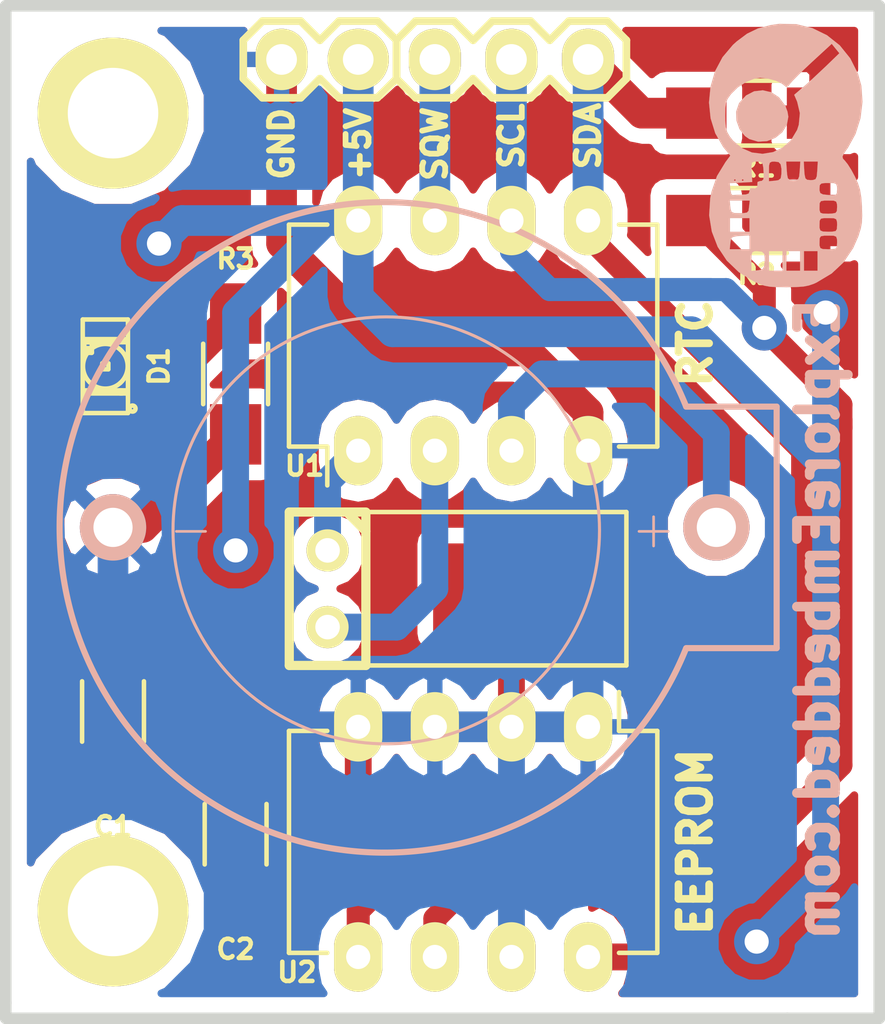
<source format=kicad_pcb>
(kicad_pcb (version 4) (host pcbnew "(2015-01-16 BZR 5376)-product")

  (general
    (links 29)
    (no_connects 0)
    (area 74.993499 41.973499 104.330501 75.882501)
    (thickness 1.6002)
    (drawings 14)
    (tracks 95)
    (zones 0)
    (modules 15)
    (nets 10)
  )

  (page A4)
  (title_block
    (date "2 feb 2014")
  )

  (layers
    (0 Front signal)
    (31 Back signal)
    (32 B.Adhes user)
    (33 F.Adhes user)
    (34 B.Paste user)
    (35 F.Paste user)
    (36 B.SilkS user)
    (37 F.SilkS user)
    (38 B.Mask user)
    (39 F.Mask user)
    (40 Dwgs.User user)
    (41 Cmts.User user)
    (42 Eco1.User user)
    (43 Eco2.User user)
    (44 Edge.Cuts user)
  )

  (setup
    (last_trace_width 0.2032)
    (user_trace_width 0.3048)
    (user_trace_width 0.381)
    (user_trace_width 0.508)
    (user_trace_width 0.635)
    (user_trace_width 0.762)
    (user_trace_width 0.889)
    (user_trace_width 1.016)
    (trace_clearance 0.381)
    (zone_clearance 0.508)
    (zone_45_only no)
    (trace_min 0.2032)
    (segment_width 0.381)
    (edge_width 0.381)
    (via_size 0.889)
    (via_drill 0.635)
    (via_min_size 0.889)
    (via_min_drill 0.508)
    (user_via 1.5 0.8)
    (uvia_size 0.508)
    (uvia_drill 0.127)
    (uvias_allowed no)
    (uvia_min_size 0.508)
    (uvia_min_drill 0.127)
    (pcb_text_width 0.3048)
    (pcb_text_size 1.524 2.032)
    (mod_edge_width 0.254)
    (mod_text_size 1.524 1.524)
    (mod_text_width 0.3048)
    (pad_size 5 5)
    (pad_drill 3)
    (pad_to_mask_clearance 0.254)
    (aux_axis_origin 0 0)
    (visible_elements 7FFFFFFF)
    (pcbplotparams
      (layerselection 0x00030_80000001)
      (usegerberextensions true)
      (excludeedgelayer true)
      (linewidth 0.150000)
      (plotframeref false)
      (viasonmask false)
      (mode 1)
      (useauxorigin false)
      (hpglpennumber 1)
      (hpglpenspeed 20)
      (hpglpendiameter 15)
      (hpglpenoverlay 0)
      (psnegative false)
      (psa4output false)
      (plotreference true)
      (plotvalue true)
      (plotinvisibletext false)
      (padsonsilk false)
      (subtractmaskfromsilk false)
      (outputformat 1)
      (mirror false)
      (drillshape 1)
      (scaleselection 1)
      (outputdirectory ""))
  )

  (net 0 "")
  (net 1 /SCL)
  (net 2 /SDA)
  (net 3 GND)
  (net 4 VCC)
  (net 5 "Net-(3,3V1-Pad1)")
  (net 6 "Net-(K1-Pad1)")
  (net 7 "Net-(U1-Pad1)")
  (net 8 "Net-(U1-Pad2)")
  (net 9 "Net-(D1-Pad2)")

  (net_class Default "This is the default net class."
    (clearance 0.381)
    (trace_width 0.2032)
    (via_dia 0.889)
    (via_drill 0.635)
    (uvia_dia 0.508)
    (uvia_drill 0.127)
    (add_net /SCL)
    (add_net /SDA)
    (add_net GND)
    (add_net "Net-(3,3V1-Pad1)")
    (add_net "Net-(D1-Pad2)")
    (add_net "Net-(K1-Pad1)")
    (add_net "Net-(U1-Pad1)")
    (add_net "Net-(U1-Pad2)")
    (add_net VCC)
  )

  (module EE:M3_mounting (layer Front) (tedit 5790767F) (tstamp 56D0CE27)
    (at 78.74 72.136)
    (path /56CEB91F)
    (fp_text reference P5 (at 0.2 -3.9) (layer F.SilkS) hide
      (effects (font (size 1 1) (thickness 0.15)))
    )
    (fp_text value CONN_01X01 (at 2 2.25) (layer F.Fab) hide
      (effects (font (size 1 1) (thickness 0.15)))
    )
    (pad "" thru_hole circle (at 0 0) (size 5 5) (drill 3) (layers *.Cu *.Mask F.SilkS))
  )

  (module EE:M3_mounting (layer Front) (tedit 5790763E) (tstamp 56D0CE0B)
    (at 78.74 45.72)
    (path /56CEB81F)
    (fp_text reference P3 (at -0.25 -2.5) (layer F.SilkS) hide
      (effects (font (size 1 1) (thickness 0.15)))
    )
    (fp_text value CONN_01X01 (at 2 4.25) (layer F.Fab) hide
      (effects (font (size 1 1) (thickness 0.15)))
    )
    (pad "" thru_hole circle (at 0 0) (size 5 5) (drill 3) (layers *.Cu *.Mask F.SilkS))
  )

  (module Pin_Headers:Pin_Header_Straight_1x02 (layer Front) (tedit 57907609) (tstamp 56D0D26C)
    (at 84.328 43.942 90)
    (descr "Through hole pin header")
    (tags "pin header")
    (path /4FD66D58)
    (fp_text reference P1 (at 0 -5.1 90) (layer F.SilkS) hide
      (effects (font (size 1 1) (thickness 0.15)))
    )
    (fp_text value PWR (at 0 -3.1 90) (layer F.SilkS) hide
      (effects (font (size 1 1) (thickness 0.15)))
    )
    (fp_line (start -0.635 3.81) (end 0.635 3.81) (layer F.SilkS) (width 0.254))
    (fp_line (start 0.635 3.81) (end 1.27 3.175) (layer F.SilkS) (width 0.254))
    (fp_line (start 1.27 3.175) (end 1.27 1.905) (layer F.SilkS) (width 0.254))
    (fp_line (start 1.27 1.905) (end 0.635 1.27) (layer F.SilkS) (width 0.254))
    (fp_line (start 0.635 1.27) (end 1.27 0.635) (layer F.SilkS) (width 0.254))
    (fp_line (start 1.27 0.635) (end 1.27 -0.635) (layer F.SilkS) (width 0.254))
    (fp_line (start 1.27 -0.635) (end 0.635 -1.27) (layer F.SilkS) (width 0.254))
    (fp_line (start 0.635 -1.27) (end -0.635 -1.27) (layer F.SilkS) (width 0.254))
    (fp_line (start -0.635 -1.27) (end -1.27 -0.635) (layer F.SilkS) (width 0.254))
    (fp_line (start -1.27 -0.635) (end -1.27 0.635) (layer F.SilkS) (width 0.254))
    (fp_line (start -1.27 0.635) (end -0.635 1.27) (layer F.SilkS) (width 0.254))
    (fp_line (start -0.635 1.27) (end -1.27 1.905) (layer F.SilkS) (width 0.254))
    (fp_line (start -1.27 1.905) (end -1.27 3.175) (layer F.SilkS) (width 0.254))
    (fp_line (start -1.27 3.175) (end -0.635 3.81) (layer F.SilkS) (width 0.254))
    (pad 1 thru_hole oval (at 0 0 90) (size 2.032 1.7272) (drill 1.016) (layers *.Cu *.Mask F.SilkS)
      (net 3 GND))
    (pad 2 thru_hole oval (at 0 2.54 90) (size 2.032 2.032) (drill 1.016) (layers *.Cu *.Mask F.SilkS)
      (net 4 VCC))
    (model Pin_Headers.3dshapes/Pin_Header_Straight_1x02.wrl
      (at (xyz 0 -0.05 0))
      (scale (xyz 1 1 1))
      (rotate (xyz 0 0 90))
    )
  )

  (module Pin_Headers:Pin_Header_Straight_1x03 (layer Front) (tedit 579075D7) (tstamp 56D1657A)
    (at 89.408 43.942 90)
    (descr "Through hole pin header")
    (tags "pin header")
    (path /4FD66D60)
    (fp_text reference K1 (at 0 -5.1 90) (layer F.SilkS) hide
      (effects (font (size 1 1) (thickness 0.15)))
    )
    (fp_text value I2C (at 0 -3.1 90) (layer F.SilkS) hide
      (effects (font (size 1 1) (thickness 0.15)))
    )
    (fp_line (start -0.635 6.35) (end 0.635 6.35) (layer F.SilkS) (width 0.254))
    (fp_line (start 0.635 6.35) (end 1.27 5.715) (layer F.SilkS) (width 0.254))
    (fp_line (start 1.27 5.715) (end 1.27 4.445) (layer F.SilkS) (width 0.254))
    (fp_line (start 1.27 4.445) (end 0.635 3.81) (layer F.SilkS) (width 0.254))
    (fp_line (start 0.635 3.81) (end 1.27 3.175) (layer F.SilkS) (width 0.254))
    (fp_line (start 1.27 3.175) (end 1.27 1.905) (layer F.SilkS) (width 0.254))
    (fp_line (start 1.27 1.905) (end 0.635 1.27) (layer F.SilkS) (width 0.254))
    (fp_line (start 0.635 1.27) (end 1.27 0.635) (layer F.SilkS) (width 0.254))
    (fp_line (start 1.27 0.635) (end 1.27 -0.635) (layer F.SilkS) (width 0.254))
    (fp_line (start 1.27 -0.635) (end 0.635 -1.27) (layer F.SilkS) (width 0.254))
    (fp_line (start 0.635 -1.27) (end -0.635 -1.27) (layer F.SilkS) (width 0.254))
    (fp_line (start -0.635 -1.27) (end -1.27 -0.635) (layer F.SilkS) (width 0.254))
    (fp_line (start -1.27 -0.635) (end -1.27 0.635) (layer F.SilkS) (width 0.254))
    (fp_line (start -1.27 0.635) (end -0.635 1.27) (layer F.SilkS) (width 0.254))
    (fp_line (start -0.635 1.27) (end -1.27 1.905) (layer F.SilkS) (width 0.254))
    (fp_line (start -1.27 1.905) (end -1.27 3.175) (layer F.SilkS) (width 0.254))
    (fp_line (start -1.27 3.175) (end -0.635 3.81) (layer F.SilkS) (width 0.254))
    (fp_line (start -0.635 3.81) (end -1.27 4.445) (layer F.SilkS) (width 0.254))
    (fp_line (start -1.27 4.445) (end -1.27 5.715) (layer F.SilkS) (width 0.254))
    (fp_line (start -1.27 5.715) (end -0.635 6.35) (layer F.SilkS) (width 0.254))
    (pad 1 thru_hole oval (at 0 0 90) (size 2.032 1.7272) (drill 1.016) (layers *.Cu *.Mask F.SilkS)
      (net 6 "Net-(K1-Pad1)"))
    (pad 2 thru_hole oval (at 0 2.54 90) (size 2.032 1.7272) (drill 1.016) (layers *.Cu *.Mask F.SilkS)
      (net 1 /SCL))
    (pad 3 thru_hole oval (at 0 5.08 90) (size 2.032 1.7272) (drill 1.016) (layers *.Cu *.Mask F.SilkS)
      (net 2 /SDA))
    (model Pin_Headers.3dshapes/Pin_Header_Straight_1x03.wrl
      (at (xyz 0 -0.1 0))
      (scale (xyz 1 1 1))
      (rotate (xyz 0 0 90))
    )
  )

  (module EE:RTC_Battery_Holder (layer Back) (tedit 56CFE732) (tstamp 56D0CC0F)
    (at 78.74 59.436)
    (path /4FD5EC2E)
    (attr virtual)
    (fp_text reference 3,3V1 (at 22.606 0.127 270) (layer B.SilkS) hide
      (effects (font (size 0.6 0.6) (thickness 0.15)) (justify mirror))
    )
    (fp_text value BATTERY (at 0 -2.54 270) (layer B.SilkS) hide
      (effects (font (size 0.4064 0.4064) (thickness 0.0889)) (justify mirror))
    )
    (fp_line (start 18.9992 3.99796) (end 21.99894 3.99796) (layer B.SilkS) (width 0.2032))
    (fp_line (start 21.99894 3.99796) (end 21.99894 -3.99796) (layer B.SilkS) (width 0.2032))
    (fp_line (start 21.99894 -3.99796) (end 18.9992 -3.99796) (layer B.SilkS) (width 0.2032))
    (fp_circle (center 9.05764 0.09906) (end 14.05636 5.09778) (layer B.SilkS) (width 0.1016))
    (fp_arc (start 8.99922 0) (end 18.9992 -3.99796) (angle -316.3) (layer B.SilkS) (width 0.2032))
    (fp_text user + (at 17.9197 0.03302) (layer B.SilkS)
      (effects (font (size 1.27 1.27) (thickness 0.0889)) (justify mirror))
    )
    (fp_text user - (at 2.58318 0.03302) (layer B.SilkS)
      (effects (font (size 1.27 1.27) (thickness 0.0889)) (justify mirror))
    )
    (pad 1 thru_hole circle (at 19.99996 0) (size 2.2 2.2) (drill 1.29794) (layers *.Cu *.Mask B.Paste B.SilkS)
      (net 5 "Net-(3,3V1-Pad1)"))
    (pad 2 thru_hole circle (at 0 0) (size 2.2 2.2) (drill 1.29794) (layers *.Cu *.Mask B.Paste B.SilkS)
      (net 3 GND))
  )

  (module EE:RTC_Crystal_1 (layer Front) (tedit 56CFD4A0) (tstamp 579129C0)
    (at 85.852 61.468 270)
    (descr "Condensateur e = 1 pas")
    (tags C)
    (path /56CEADB5)
    (fp_text reference X1 (at 0.063 2.606 360) (layer F.SilkS) hide
      (effects (font (size 1.016 1.016) (thickness 0.2032)))
    )
    (fp_text value CRYSTAL_SMD (at 2.85 -2.3 270) (layer F.SilkS) hide
      (effects (font (size 1.016 1.016) (thickness 0.2032)))
    )
    (fp_line (start -2.54 -1.27) (end -2.54 -9.906) (layer F.SilkS) (width 0.15))
    (fp_line (start -2.54 -9.906) (end 2.413 -9.906) (layer F.SilkS) (width 0.15))
    (fp_line (start 2.413 -9.906) (end 2.54 -9.906) (layer F.SilkS) (width 0.15))
    (fp_line (start 2.54 -9.906) (end 2.54 -1.27) (layer F.SilkS) (width 0.15))
    (fp_line (start -2.4892 -1.27) (end 2.54 -1.27) (layer F.SilkS) (width 0.3048))
    (fp_line (start 2.54 -1.27) (end 2.54 1.27) (layer F.SilkS) (width 0.3048))
    (fp_line (start 2.54 1.27) (end -2.54 1.27) (layer F.SilkS) (width 0.3048))
    (fp_line (start -2.54 1.27) (end -2.54 -1.27) (layer F.SilkS) (width 0.3048))
    (fp_line (start -2.54 -0.635) (end -1.905 -1.27) (layer F.SilkS) (width 0.3048))
    (pad 1 thru_hole circle (at -1.27 0 270) (size 1.397 1.397) (drill 0.8128) (layers *.Cu *.Mask F.SilkS)
      (net 7 "Net-(U1-Pad1)"))
    (pad 2 thru_hole circle (at 1.27 0 270) (size 1.397 1.397) (drill 0.8128) (layers *.Cu *.Mask F.SilkS)
      (net 8 "Net-(U1-Pad2)"))
    (pad 3 smd rect (at 0 -6 270) (size 3 5) (layers Front F.Paste F.Mask)
      (net 3 GND))
    (model discret/capa_1_pas.wrl
      (at (xyz 0 0 0))
      (scale (xyz 1 1 1))
      (rotate (xyz 0 0 0))
    )
  )

  (module Capacitors_SMD:C_1206_HandSoldering (layer Front) (tedit 5790821B) (tstamp 5790A617)
    (at 78.74 65.532 90)
    (descr "Capacitor SMD 1206, hand soldering")
    (tags "capacitor 1206")
    (path /4FD5EC30)
    (attr smd)
    (fp_text reference C1 (at -3.81 0 180) (layer F.SilkS)
      (effects (font (size 0.635 0.635) (thickness 0.15)))
    )
    (fp_text value 0.1uF (at 0 2.3 90) (layer F.SilkS) hide
      (effects (font (size 1 1) (thickness 0.15)))
    )
    (fp_line (start -3.3 -1.15) (end 3.3 -1.15) (layer F.CrtYd) (width 0.05))
    (fp_line (start -3.3 1.15) (end 3.3 1.15) (layer F.CrtYd) (width 0.05))
    (fp_line (start -3.3 -1.15) (end -3.3 1.15) (layer F.CrtYd) (width 0.05))
    (fp_line (start 3.3 -1.15) (end 3.3 1.15) (layer F.CrtYd) (width 0.05))
    (fp_line (start 1 -1.025) (end -1 -1.025) (layer F.SilkS) (width 0.15))
    (fp_line (start -1 1.025) (end 1 1.025) (layer F.SilkS) (width 0.15))
    (pad 1 smd rect (at -2 0 90) (size 2 1.6) (layers Front F.Paste F.Mask)
      (net 4 VCC))
    (pad 2 smd rect (at 2 0 90) (size 2 1.6) (layers Front F.Paste F.Mask)
      (net 3 GND))
    (model Capacitors_SMD.3dshapes/C_1206_HandSoldering.wrl
      (at (xyz 0 0 0))
      (scale (xyz 1 1 1))
      (rotate (xyz 0 0 0))
    )
  )

  (module Capacitors_SMD:C_1206_HandSoldering (layer Front) (tedit 57908265) (tstamp 5790A622)
    (at 82.804 69.596 270)
    (descr "Capacitor SMD 1206, hand soldering")
    (tags "capacitor 1206")
    (path /4FD5EC2F)
    (attr smd)
    (fp_text reference C2 (at 3.81 0 360) (layer F.SilkS)
      (effects (font (size 0.635 0.635) (thickness 0.15)))
    )
    (fp_text value 1uF (at 0 2.3 270) (layer F.SilkS) hide
      (effects (font (size 1 1) (thickness 0.15)))
    )
    (fp_line (start -3.3 -1.15) (end 3.3 -1.15) (layer F.CrtYd) (width 0.05))
    (fp_line (start -3.3 1.15) (end 3.3 1.15) (layer F.CrtYd) (width 0.05))
    (fp_line (start -3.3 -1.15) (end -3.3 1.15) (layer F.CrtYd) (width 0.05))
    (fp_line (start 3.3 -1.15) (end 3.3 1.15) (layer F.CrtYd) (width 0.05))
    (fp_line (start 1 -1.025) (end -1 -1.025) (layer F.SilkS) (width 0.15))
    (fp_line (start -1 1.025) (end 1 1.025) (layer F.SilkS) (width 0.15))
    (pad 1 smd rect (at -2 0 270) (size 2 1.6) (layers Front F.Paste F.Mask)
      (net 4 VCC))
    (pad 2 smd rect (at 2 0 270) (size 2 1.6) (layers Front F.Paste F.Mask)
      (net 3 GND))
    (model Capacitors_SMD.3dshapes/C_1206_HandSoldering.wrl
      (at (xyz 0 0 0))
      (scale (xyz 1 1 1))
      (rotate (xyz 0 0 0))
    )
  )

  (module EE:LED-1206_NEW (layer Front) (tedit 5790820D) (tstamp 5790A62D)
    (at 78.486 54.102 270)
    (descr "LED 1206 smd package")
    (tags "LED1206 SMD")
    (path /56CF0583)
    (attr smd)
    (fp_text reference D1 (at 0 -1.778 270) (layer F.SilkS)
      (effects (font (size 0.635 0.635) (thickness 0.15)))
    )
    (fp_text value LED (at 0 1.65 270) (layer F.Fab) hide
      (effects (font (size 1 1) (thickness 0.15)))
    )
    (fp_circle (center 1.4 -0.9) (end 1.4 -1) (layer F.SilkS) (width 0.15))
    (fp_line (start 0.09906 0.09906) (end -0.09906 0.09906) (layer F.SilkS) (width 0.15))
    (fp_line (start -0.09906 0.09906) (end -0.09906 -0.09906) (layer F.SilkS) (width 0.15))
    (fp_line (start 0.09906 -0.09906) (end -0.09906 -0.09906) (layer F.SilkS) (width 0.15))
    (fp_line (start 0.09906 0.09906) (end 0.09906 -0.09906) (layer F.SilkS) (width 0.15))
    (fp_line (start -0.44958 0.6985) (end -0.79756 0.6985) (layer F.SilkS) (width 0.15))
    (fp_line (start -0.79756 0.6985) (end -0.79756 0.44958) (layer F.SilkS) (width 0.15))
    (fp_line (start -0.44958 0.44958) (end -0.79756 0.44958) (layer F.SilkS) (width 0.15))
    (fp_line (start -0.44958 0.6985) (end -0.44958 0.44958) (layer F.SilkS) (width 0.15))
    (fp_line (start -0.79756 0.6985) (end -0.89916 0.6985) (layer F.SilkS) (width 0.15))
    (fp_line (start -0.89916 0.6985) (end -0.89916 -0.49784) (layer F.SilkS) (width 0.15))
    (fp_line (start -0.79756 -0.49784) (end -0.89916 -0.49784) (layer F.SilkS) (width 0.15))
    (fp_line (start -0.79756 0.6985) (end -0.79756 -0.49784) (layer F.SilkS) (width 0.15))
    (fp_line (start -0.79756 -0.54864) (end -0.89916 -0.54864) (layer F.SilkS) (width 0.15))
    (fp_line (start -0.89916 -0.54864) (end -0.89916 -0.6985) (layer F.SilkS) (width 0.15))
    (fp_line (start -0.79756 -0.6985) (end -0.89916 -0.6985) (layer F.SilkS) (width 0.15))
    (fp_line (start -0.79756 -0.54864) (end -0.79756 -0.6985) (layer F.SilkS) (width 0.15))
    (fp_line (start 0.89916 0.6985) (end 0.79756 0.6985) (layer F.SilkS) (width 0.15))
    (fp_line (start 0.79756 0.6985) (end 0.79756 -0.49784) (layer F.SilkS) (width 0.15))
    (fp_line (start 0.89916 -0.49784) (end 0.79756 -0.49784) (layer F.SilkS) (width 0.15))
    (fp_line (start 0.89916 0.6985) (end 0.89916 -0.49784) (layer F.SilkS) (width 0.15))
    (fp_line (start 0.89916 -0.54864) (end 0.79756 -0.54864) (layer F.SilkS) (width 0.15))
    (fp_line (start 0.79756 -0.54864) (end 0.79756 -0.6985) (layer F.SilkS) (width 0.15))
    (fp_line (start 0.89916 -0.6985) (end 0.79756 -0.6985) (layer F.SilkS) (width 0.15))
    (fp_line (start 0.89916 -0.54864) (end 0.89916 -0.6985) (layer F.SilkS) (width 0.15))
    (fp_line (start -0.44958 0.6985) (end -0.59944 0.6985) (layer F.SilkS) (width 0.15))
    (fp_line (start -0.59944 0.6985) (end -0.59944 0.44958) (layer F.SilkS) (width 0.15))
    (fp_line (start -0.44958 0.44958) (end -0.59944 0.44958) (layer F.SilkS) (width 0.15))
    (fp_line (start -0.44958 0.6985) (end -0.44958 0.44958) (layer F.SilkS) (width 0.15))
    (fp_line (start -1.5494 0.7493) (end 1.5494 0.7493) (layer F.SilkS) (width 0.15))
    (fp_line (start 1.5494 0.7493) (end 1.5494 -0.7493) (layer F.SilkS) (width 0.15))
    (fp_line (start 1.5494 -0.7493) (end -1.5494 -0.7493) (layer F.SilkS) (width 0.15))
    (fp_line (start -1.5494 -0.7493) (end -1.5494 0.7493) (layer F.SilkS) (width 0.15))
    (fp_arc (start 0 0) (end -0.54864 0.49784) (angle -95.4) (layer F.SilkS) (width 0.15))
    (fp_arc (start 0 0) (end 0.54864 0.49784) (angle -84.5) (layer F.SilkS) (width 0.15))
    (fp_arc (start 0 0) (end 0.54864 -0.49784) (angle -95.4) (layer F.SilkS) (width 0.15))
    (fp_arc (start 0 0) (end -0.54864 -0.49784) (angle -84.5) (layer F.SilkS) (width 0.15))
    (pad 2 smd rect (at 1.41986 0 90) (size 1.59766 1.80086) (layers Front F.Paste F.Mask)
      (net 9 "Net-(D1-Pad2)"))
    (pad 1 smd rect (at -1.41986 0 90) (size 1.59766 1.80086) (layers Front F.Paste F.Mask)
      (net 4 VCC))
  )

  (module Resistors_SMD:R_1206_HandSoldering (layer Front) (tedit 57908314) (tstamp 5790D0F6)
    (at 100.076 45.72 180)
    (descr "Resistor SMD 1206, hand soldering")
    (tags "resistor 1206")
    (path /4FD5EC33)
    (attr smd)
    (fp_text reference R1 (at 0 -1.778 180) (layer F.SilkS)
      (effects (font (size 0.635 0.635) (thickness 0.15)))
    )
    (fp_text value 10k (at 0 2.3 180) (layer F.SilkS) hide
      (effects (font (size 1 1) (thickness 0.15)))
    )
    (fp_line (start -3.3 -1.2) (end 3.3 -1.2) (layer F.CrtYd) (width 0.05))
    (fp_line (start -3.3 1.2) (end 3.3 1.2) (layer F.CrtYd) (width 0.05))
    (fp_line (start -3.3 -1.2) (end -3.3 1.2) (layer F.CrtYd) (width 0.05))
    (fp_line (start 3.3 -1.2) (end 3.3 1.2) (layer F.CrtYd) (width 0.05))
    (fp_line (start 1 1.075) (end -1 1.075) (layer F.SilkS) (width 0.15))
    (fp_line (start -1 -1.075) (end 1 -1.075) (layer F.SilkS) (width 0.15))
    (pad 1 smd rect (at -2 0 180) (size 2 1.7) (layers Front F.Paste F.Mask)
      (net 4 VCC))
    (pad 2 smd rect (at 2 0 180) (size 2 1.7) (layers Front F.Paste F.Mask)
      (net 2 /SDA))
    (model Resistors_SMD.3dshapes/R_1206_HandSoldering.wrl
      (at (xyz 0 0 0))
      (scale (xyz 1 1 1))
      (rotate (xyz 0 0 0))
    )
  )

  (module Resistors_SMD:R_1206_HandSoldering (layer Front) (tedit 57908310) (tstamp 5790D101)
    (at 100.076 49.276 180)
    (descr "Resistor SMD 1206, hand soldering")
    (tags "resistor 1206")
    (path /4FD5EC32)
    (attr smd)
    (fp_text reference R2 (at 0 -1.778 180) (layer F.SilkS)
      (effects (font (size 0.635 0.635) (thickness 0.15)))
    )
    (fp_text value 10k (at 0 2.3 180) (layer F.SilkS) hide
      (effects (font (size 1 1) (thickness 0.15)))
    )
    (fp_line (start -3.3 -1.2) (end 3.3 -1.2) (layer F.CrtYd) (width 0.05))
    (fp_line (start -3.3 1.2) (end 3.3 1.2) (layer F.CrtYd) (width 0.05))
    (fp_line (start -3.3 -1.2) (end -3.3 1.2) (layer F.CrtYd) (width 0.05))
    (fp_line (start 3.3 -1.2) (end 3.3 1.2) (layer F.CrtYd) (width 0.05))
    (fp_line (start 1 1.075) (end -1 1.075) (layer F.SilkS) (width 0.15))
    (fp_line (start -1 -1.075) (end 1 -1.075) (layer F.SilkS) (width 0.15))
    (pad 1 smd rect (at -2 0 180) (size 2 1.7) (layers Front F.Paste F.Mask)
      (net 4 VCC))
    (pad 2 smd rect (at 2 0 180) (size 2 1.7) (layers Front F.Paste F.Mask)
      (net 1 /SCL))
    (model Resistors_SMD.3dshapes/R_1206_HandSoldering.wrl
      (at (xyz 0 0 0))
      (scale (xyz 1 1 1))
      (rotate (xyz 0 0 0))
    )
  )

  (module Resistors_SMD:R_1206_HandSoldering (layer Front) (tedit 57908241) (tstamp 5790D10C)
    (at 82.804 54.356 270)
    (descr "Resistor SMD 1206, hand soldering")
    (tags "resistor 1206")
    (path /56CF06FC)
    (attr smd)
    (fp_text reference R3 (at -3.81 0 360) (layer F.SilkS)
      (effects (font (size 0.635 0.635) (thickness 0.15)))
    )
    (fp_text value 470r (at 0 2.3 270) (layer F.SilkS) hide
      (effects (font (size 1 1) (thickness 0.15)))
    )
    (fp_line (start -3.3 -1.2) (end 3.3 -1.2) (layer F.CrtYd) (width 0.05))
    (fp_line (start -3.3 1.2) (end 3.3 1.2) (layer F.CrtYd) (width 0.05))
    (fp_line (start -3.3 -1.2) (end -3.3 1.2) (layer F.CrtYd) (width 0.05))
    (fp_line (start 3.3 -1.2) (end 3.3 1.2) (layer F.CrtYd) (width 0.05))
    (fp_line (start 1 1.075) (end -1 1.075) (layer F.SilkS) (width 0.15))
    (fp_line (start -1 -1.075) (end 1 -1.075) (layer F.SilkS) (width 0.15))
    (pad 1 smd rect (at -2 0 270) (size 2 1.7) (layers Front F.Paste F.Mask)
      (net 9 "Net-(D1-Pad2)"))
    (pad 2 smd rect (at 2 0 270) (size 2 1.7) (layers Front F.Paste F.Mask)
      (net 3 GND))
    (model Resistors_SMD.3dshapes/R_1206_HandSoldering.wrl
      (at (xyz 0 0 0))
      (scale (xyz 1 1 1))
      (rotate (xyz 0 0 0))
    )
  )

  (module Housings_DIP:DIP-8_W7.62mm_LongPads (layer Front) (tedit 57908232) (tstamp 5790D171)
    (at 86.868 56.896 90)
    (descr "8-lead dip package, row spacing 7.62 mm (300 mils), longer pads")
    (tags "dil dip 2.54 300")
    (path /4FD5EC2C)
    (fp_text reference U1 (at -0.508 -1.778 180) (layer F.SilkS)
      (effects (font (size 0.635 0.635) (thickness 0.15)))
    )
    (fp_text value DS1307 (at 0 -3.72 90) (layer F.SilkS) hide
      (effects (font (size 1 1) (thickness 0.15)))
    )
    (fp_line (start -1.4 -2.45) (end -1.4 10.1) (layer F.CrtYd) (width 0.05))
    (fp_line (start 9 -2.45) (end 9 10.1) (layer F.CrtYd) (width 0.05))
    (fp_line (start -1.4 -2.45) (end 9 -2.45) (layer F.CrtYd) (width 0.05))
    (fp_line (start -1.4 10.1) (end 9 10.1) (layer F.CrtYd) (width 0.05))
    (fp_line (start 0.135 -2.295) (end 0.135 -1.025) (layer F.SilkS) (width 0.15))
    (fp_line (start 7.485 -2.295) (end 7.485 -1.025) (layer F.SilkS) (width 0.15))
    (fp_line (start 7.485 9.915) (end 7.485 8.645) (layer F.SilkS) (width 0.15))
    (fp_line (start 0.135 9.915) (end 0.135 8.645) (layer F.SilkS) (width 0.15))
    (fp_line (start 0.135 -2.295) (end 7.485 -2.295) (layer F.SilkS) (width 0.15))
    (fp_line (start 0.135 9.915) (end 7.485 9.915) (layer F.SilkS) (width 0.15))
    (fp_line (start 0.135 -1.025) (end -1.15 -1.025) (layer F.SilkS) (width 0.15))
    (pad 1 thru_hole oval (at 0 0 90) (size 2.3 1.6) (drill 0.8) (layers *.Cu *.Mask F.SilkS)
      (net 7 "Net-(U1-Pad1)"))
    (pad 2 thru_hole oval (at 0 2.54 90) (size 2.3 1.6) (drill 0.8) (layers *.Cu *.Mask F.SilkS)
      (net 8 "Net-(U1-Pad2)"))
    (pad 3 thru_hole oval (at 0 5.08 90) (size 2.3 1.6) (drill 0.8) (layers *.Cu *.Mask F.SilkS)
      (net 5 "Net-(3,3V1-Pad1)"))
    (pad 4 thru_hole oval (at 0 7.62 90) (size 2.3 1.6) (drill 0.8) (layers *.Cu *.Mask F.SilkS)
      (net 3 GND))
    (pad 5 thru_hole oval (at 7.62 7.62 90) (size 2.3 1.6) (drill 0.8) (layers *.Cu *.Mask F.SilkS)
      (net 2 /SDA))
    (pad 6 thru_hole oval (at 7.62 5.08 90) (size 2.3 1.6) (drill 0.8) (layers *.Cu *.Mask F.SilkS)
      (net 1 /SCL))
    (pad 7 thru_hole oval (at 7.62 2.54 90) (size 2.3 1.6) (drill 0.8) (layers *.Cu *.Mask F.SilkS)
      (net 6 "Net-(K1-Pad1)"))
    (pad 8 thru_hole oval (at 7.62 0 90) (size 2.3 1.6) (drill 0.8) (layers *.Cu *.Mask F.SilkS)
      (net 4 VCC))
    (model Housings_DIP.3dshapes/DIP-8_W7.62mm_LongPads.wrl
      (at (xyz 0 0 0))
      (scale (xyz 1 1 1))
      (rotate (xyz 0 0 0))
    )
  )

  (module Housings_DIP:DIP-8_W7.62mm_LongPads (layer Front) (tedit 57908253) (tstamp 5790D12D)
    (at 94.488 66.04 270)
    (descr "8-lead dip package, row spacing 7.62 mm (300 mils), longer pads")
    (tags "dil dip 2.54 300")
    (path /52A550B9)
    (fp_text reference U2 (at 8.128 9.652 360) (layer F.SilkS)
      (effects (font (size 0.635 0.635) (thickness 0.15)))
    )
    (fp_text value 24C16 (at 0 -3.72 270) (layer F.SilkS) hide
      (effects (font (size 1 1) (thickness 0.15)))
    )
    (fp_line (start -1.4 -2.45) (end -1.4 10.1) (layer F.CrtYd) (width 0.05))
    (fp_line (start 9 -2.45) (end 9 10.1) (layer F.CrtYd) (width 0.05))
    (fp_line (start -1.4 -2.45) (end 9 -2.45) (layer F.CrtYd) (width 0.05))
    (fp_line (start -1.4 10.1) (end 9 10.1) (layer F.CrtYd) (width 0.05))
    (fp_line (start 0.135 -2.295) (end 0.135 -1.025) (layer F.SilkS) (width 0.15))
    (fp_line (start 7.485 -2.295) (end 7.485 -1.025) (layer F.SilkS) (width 0.15))
    (fp_line (start 7.485 9.915) (end 7.485 8.645) (layer F.SilkS) (width 0.15))
    (fp_line (start 0.135 9.915) (end 0.135 8.645) (layer F.SilkS) (width 0.15))
    (fp_line (start 0.135 -2.295) (end 7.485 -2.295) (layer F.SilkS) (width 0.15))
    (fp_line (start 0.135 9.915) (end 7.485 9.915) (layer F.SilkS) (width 0.15))
    (fp_line (start 0.135 -1.025) (end -1.15 -1.025) (layer F.SilkS) (width 0.15))
    (pad 1 thru_hole oval (at 0 0 270) (size 2.3 1.6) (drill 0.8) (layers *.Cu *.Mask F.SilkS)
      (net 3 GND))
    (pad 2 thru_hole oval (at 0 2.54 270) (size 2.3 1.6) (drill 0.8) (layers *.Cu *.Mask F.SilkS)
      (net 3 GND))
    (pad 3 thru_hole oval (at 0 5.08 270) (size 2.3 1.6) (drill 0.8) (layers *.Cu *.Mask F.SilkS)
      (net 3 GND))
    (pad 4 thru_hole oval (at 0 7.62 270) (size 2.3 1.6) (drill 0.8) (layers *.Cu *.Mask F.SilkS)
      (net 3 GND))
    (pad 5 thru_hole oval (at 7.62 7.62 270) (size 2.3 1.6) (drill 0.8) (layers *.Cu *.Mask F.SilkS)
      (net 2 /SDA))
    (pad 6 thru_hole oval (at 7.62 5.08 270) (size 2.3 1.6) (drill 0.8) (layers *.Cu *.Mask F.SilkS)
      (net 1 /SCL))
    (pad 7 thru_hole oval (at 7.62 2.54 270) (size 2.3 1.6) (drill 0.8) (layers *.Cu *.Mask F.SilkS)
      (net 3 GND))
    (pad 8 thru_hole oval (at 7.62 0 270) (size 2.3 1.6) (drill 0.8) (layers *.Cu *.Mask F.SilkS)
      (net 4 VCC))
    (model Housings_DIP.3dshapes/DIP-8_W7.62mm_LongPads.wrl
      (at (xyz 0 0 0))
      (scale (xyz 1 1 1))
      (rotate (xyz 0 0 0))
    )
  )

  (module Logo_new:Logo_8 (layer Back) (tedit 57931375) (tstamp 57950D79)
    (at 101 47 270)
    (path /57907AB1)
    (fp_text reference P2 (at 0 0 270) (layer B.SilkS) hide
      (effects (font (size 0.381 0.381) (thickness 0.09525)) (justify mirror))
    )
    (fp_text value CONN_01X01 (at 0 0 270) (layer B.SilkS) hide
      (effects (font (size 0.381 0.381) (thickness 0.09525)) (justify mirror))
    )
    (fp_poly (pts (xy 4.48564 -0.0635) (xy 4.47802 -0.39116) (xy 4.46278 -0.62484) (xy 4.42722 -0.80518)
      (xy 4.37134 -0.97028) (xy 4.32816 -1.06426) (xy 4.02844 -1.56464) (xy 3.94462 -1.65354)
      (xy 3.94462 1.09728) (xy 3.61696 1.09728) (xy 3.42392 1.09474) (xy 3.32994 1.06934)
      (xy 3.29438 1.0033) (xy 3.2893 0.9144) (xy 3.30708 0.75184) (xy 3.37566 0.6731)
      (xy 3.52552 0.65532) (xy 3.64236 0.6604) (xy 3.81 0.68072) (xy 3.89128 0.73406)
      (xy 3.91922 0.8509) (xy 3.9243 0.889) (xy 3.94462 1.09728) (xy 3.94462 -1.65354)
      (xy 3.937 -1.6637) (xy 3.937 -1.09474) (xy 3.937 -0.87122) (xy 3.937 -0.64516)
      (xy 3.937 -0.51562) (xy 3.937 -0.28956) (xy 3.937 -0.0635) (xy 3.937 0.06604)
      (xy 3.937 0.28956) (xy 3.937 0.51562) (xy 3.61442 0.51562) (xy 3.2893 0.51562)
      (xy 3.2893 0.28956) (xy 3.2893 0.06604) (xy 3.61442 0.06604) (xy 3.937 0.06604)
      (xy 3.937 -0.0635) (xy 3.61442 -0.0635) (xy 3.2893 -0.0635) (xy 3.2893 -0.28956)
      (xy 3.2893 -0.51562) (xy 3.61442 -0.51562) (xy 3.937 -0.51562) (xy 3.937 -0.64516)
      (xy 3.61442 -0.64516) (xy 3.2893 -0.64516) (xy 3.2893 -0.87122) (xy 3.2893 -1.09474)
      (xy 3.61442 -1.09474) (xy 3.937 -1.09474) (xy 3.937 -1.6637) (xy 3.65506 -1.96342)
      (xy 3.2258 -2.25044) (xy 3.2258 -1.45288) (xy 3.2258 1.16078) (xy 3.2258 1.48844)
      (xy 3.2258 1.8161) (xy 3.01752 1.79578) (xy 2.89052 1.77546) (xy 2.82448 1.71958)
      (xy 2.79654 1.59512) (xy 2.78638 1.46812) (xy 2.7686 1.16078) (xy 2.9972 1.16078)
      (xy 3.2258 1.16078) (xy 3.2258 -1.45288) (xy 3.22072 -1.27254) (xy 3.1877 -1.18872)
      (xy 3.10134 -1.16078) (xy 2.99974 -1.16078) (xy 2.86004 -1.16586) (xy 2.79654 -1.2065)
      (xy 2.77622 -1.3208) (xy 2.77622 -1.45288) (xy 2.77876 -1.63068) (xy 2.81178 -1.71196)
      (xy 2.89814 -1.7399) (xy 2.99974 -1.74244) (xy 3.13944 -1.73482) (xy 3.20548 -1.69418)
      (xy 3.22326 -1.57988) (xy 3.2258 -1.45288) (xy 3.2258 -2.25044) (xy 3.19532 -2.2733)
      (xy 2.794 -2.4511) (xy 2.64668 -2.49428) (xy 2.64668 -1.45288) (xy 2.64668 1.16078)
      (xy 2.64668 1.48336) (xy 2.64668 1.80848) (xy 2.42062 1.80848) (xy 2.19456 1.80848)
      (xy 2.19456 1.48336) (xy 2.19456 1.16078) (xy 2.42062 1.16078) (xy 2.64668 1.16078)
      (xy 2.64668 -1.45288) (xy 2.63906 -1.27254) (xy 2.60604 -1.18872) (xy 2.51968 -1.16078)
      (xy 2.42062 -1.16078) (xy 2.28092 -1.16586) (xy 2.21488 -1.2065) (xy 2.19456 -1.3208)
      (xy 2.19456 -1.45288) (xy 2.19964 -1.63068) (xy 2.23266 -1.71196) (xy 2.31902 -1.7399)
      (xy 2.42062 -1.74244) (xy 2.55778 -1.73482) (xy 2.62382 -1.69418) (xy 2.64414 -1.57988)
      (xy 2.64668 -1.45288) (xy 2.64668 -2.49428) (xy 2.55778 -2.52476) (xy 2.34696 -2.5654)
      (xy 2.10058 -2.57556) (xy 2.04978 -2.57302) (xy 2.04978 -1.45288) (xy 2.0447 -1.27254)
      (xy 2.032 -1.2319) (xy 2.032 1.37414) (xy 2.032 1.48336) (xy 2.02692 1.6637)
      (xy 1.99136 1.7526) (xy 1.90246 1.78562) (xy 1.82372 1.79578) (xy 1.61544 1.8161)
      (xy 1.61544 1.48336) (xy 1.61544 1.15316) (xy 1.82372 1.17602) (xy 1.95326 1.1938)
      (xy 2.01168 1.24714) (xy 2.032 1.37414) (xy 2.032 -1.2319) (xy 2.01676 -1.18872)
      (xy 1.9304 -1.16078) (xy 1.83388 -1.16078) (xy 1.69672 -1.16586) (xy 1.63322 -1.20904)
      (xy 1.61544 -1.32334) (xy 1.61544 -1.45288) (xy 1.61798 -1.63068) (xy 1.651 -1.71196)
      (xy 1.73736 -1.7399) (xy 1.8288 -1.74244) (xy 1.96088 -1.73482) (xy 2.02438 -1.6891)
      (xy 2.0447 -1.5748) (xy 2.04978 -1.45288) (xy 2.04978 -2.57302) (xy 1.81864 -2.56794)
      (xy 1.4986 -2.54508) (xy 1.43764 -2.53238) (xy 1.43764 -1.58242) (xy 1.4351 -1.5494)
      (xy 1.4351 1.7272) (xy 1.39192 1.7653) (xy 1.26238 1.79324) (xy 1.24714 1.79324)
      (xy 1.03886 1.8161) (xy 1.02108 1.44272) (xy 1.00076 1.06934) (xy 0.96774 1.07188)
      (xy 0.96774 1.38684) (xy 0.96774 1.64592) (xy 0.93726 1.67894) (xy 0.90424 1.64592)
      (xy 0.93726 1.61544) (xy 0.96774 1.64592) (xy 0.96774 1.38684) (xy 0.93726 1.41986)
      (xy 0.90424 1.38684) (xy 0.93726 1.35382) (xy 0.96774 1.38684) (xy 0.96774 1.07188)
      (xy 0.66294 1.08966) (xy 0.46482 1.09728) (xy 0.36322 1.0795) (xy 0.32766 1.02108)
      (xy 0.32258 0.9144) (xy 0.33274 0.78994) (xy 0.38862 0.72898) (xy 0.52578 0.70358)
      (xy 0.5969 0.6985) (xy 0.80772 0.68834) (xy 0.91948 0.70358) (xy 0.96266 0.75692)
      (xy 0.96774 0.81026) (xy 0.99568 0.89154) (xy 1.016 0.89662) (xy 1.16586 0.9017)
      (xy 1.21666 0.98298) (xy 1.2065 1.03378) (xy 1.20904 1.13538) (xy 1.29794 1.16078)
      (xy 1.37922 1.18618) (xy 1.41224 1.28016) (xy 1.41986 1.41986) (xy 1.4224 1.59766)
      (xy 1.43256 1.71196) (xy 1.4351 1.7272) (xy 1.4351 -1.5494) (xy 1.43002 -1.45288)
      (xy 1.4097 -1.27254) (xy 1.36652 -1.18618) (xy 1.28016 -1.16078) (xy 1.2192 -1.16078)
      (xy 1.1049 -1.1684) (xy 1.05156 -1.2192) (xy 1.03378 -1.3462) (xy 1.03378 -1.45288)
      (xy 1.03632 -1.63068) (xy 1.06934 -1.71196) (xy 1.1557 -1.7399) (xy 1.24206 -1.74244)
      (xy 1.36906 -1.73482) (xy 1.42748 -1.69418) (xy 1.43764 -1.58242) (xy 1.43764 -2.53238)
      (xy 1.2573 -2.50444) (xy 1.03632 -2.43332) (xy 0.97536 -2.40284) (xy 0.97536 0.51562)
      (xy 0.65024 0.51562) (xy 0.4572 0.51308) (xy 0.36068 0.48768) (xy 0.32766 0.42164)
      (xy 0.32258 0.3302) (xy 0.34036 0.19812) (xy 0.41402 0.12954) (xy 0.56642 0.1016)
      (xy 0.7366 0.10414) (xy 0.87884 0.127) (xy 0.9398 0.20574) (xy 0.95504 0.31242)
      (xy 0.97536 0.51562) (xy 0.97536 -2.40284) (xy 0.93726 -2.3876) (xy 0.93726 -0.87122)
      (xy 0.93726 -0.28956) (xy 0.9271 -0.17272) (xy 0.87884 -0.11176) (xy 0.75438 -0.08636)
      (xy 0.62992 -0.0762) (xy 0.32258 -0.05588) (xy 0.32258 -0.28956) (xy 0.32258 -0.52324)
      (xy 0.62992 -0.50292) (xy 0.81534 -0.48514) (xy 0.90424 -0.44958) (xy 0.93218 -0.37084)
      (xy 0.93726 -0.28956) (xy 0.93726 -0.87122) (xy 0.9271 -0.75184) (xy 0.87884 -0.69342)
      (xy 0.75438 -0.66548) (xy 0.62992 -0.65532) (xy 0.32258 -0.63754) (xy 0.32258 -0.87122)
      (xy 0.32258 -1.10236) (xy 0.62992 -1.08458) (xy 0.81534 -1.0668) (xy 0.90424 -1.0287)
      (xy 0.93218 -0.94996) (xy 0.93726 -0.87122) (xy 0.93726 -2.3876) (xy 0.8255 -2.3368)
      (xy 0.59944 -2.21488) (xy 0.41148 -2.0955) (xy 0.29718 -2.00406) (xy 0.22606 -1.93802)
      (xy 0.16002 -1.92278) (xy 0.06604 -1.96342) (xy 0.06604 0.72898) (xy 0.02286 1.0795)
      (xy -0.12192 1.41224) (xy -0.3683 1.70434) (xy -0.50546 1.81356) (xy -0.65532 1.89992)
      (xy -0.81788 1.94818) (xy -1.03886 1.96596) (xy -1.19888 1.9685) (xy -1.45288 1.96342)
      (xy -1.6256 1.94056) (xy -1.76022 1.88214) (xy -1.89992 1.78054) (xy -1.91262 1.77038)
      (xy -2.13106 1.5494) (xy -2.30886 1.27508) (xy -2.42316 0.99568) (xy -2.4511 0.81026)
      (xy -2.42316 0.54864) (xy -2.35458 0.28956) (xy -2.25552 0.08636) (xy -2.2098 0.02794)
      (xy -2.14376 -0.05334) (xy -2.16916 -0.11938) (xy -2.26314 -0.19304) (xy -2.36474 -0.28448)
      (xy -2.53238 -0.44958) (xy -2.74066 -0.66294) (xy -2.96926 -0.90678) (xy -2.9972 -0.93726)
      (xy -3.57378 -1.56464) (xy -3.41884 -1.6891) (xy -3.2639 -1.8161) (xy -2.83972 -1.37668)
      (xy -2.61366 -1.13538) (xy -2.38506 -0.89154) (xy -2.19456 -0.67818) (xy -2.15138 -0.62738)
      (xy -1.88722 -0.32004) (xy -1.65608 -0.4191) (xy -1.28016 -0.508) (xy -0.89662 -0.47244)
      (xy -0.7239 -0.41656) (xy -0.38608 -0.21336) (xy -0.14224 0.06096) (xy 0.01016 0.381)
      (xy 0.06604 0.72898) (xy 0.06604 -1.96342) (xy 0.0635 -1.96596) (xy -0.1016 -2.07772)
      (xy -0.11684 -2.09296) (xy -0.58928 -2.35458) (xy -1.11252 -2.51968) (xy -1.65608 -2.58572)
      (xy -2.18694 -2.54762) (xy -2.58064 -2.4384) (xy -3.09372 -2.17932) (xy -3.52552 -1.83134)
      (xy -3.8608 -1.40716) (xy -4.09702 -0.92202) (xy -4.22656 -0.3937) (xy -4.23926 0.17018)
      (xy -4.19608 0.46482) (xy -4.08432 0.88392) (xy -3.9116 1.24206) (xy -3.6576 1.58242)
      (xy -3.54076 1.71196) (xy -3.13436 2.05486) (xy -2.66446 2.30632) (xy -2.15646 2.45364)
      (xy -1.63068 2.50444) (xy -1.10998 2.4511) (xy -0.61214 2.29616) (xy -0.16256 2.03708)
      (xy -0.06096 1.9558) (xy 0.127 1.79832) (xy 0.33782 1.9558) (xy 0.80264 2.24028)
      (xy 1.3208 2.42062) (xy 1.54178 2.4638) (xy 2.10312 2.49936) (xy 2.64414 2.41046)
      (xy 3.1496 2.21488) (xy 3.60172 1.91516) (xy 3.98526 1.51638) (xy 4.28244 1.03632)
      (xy 4.28498 1.03378) (xy 4.37642 0.83058) (xy 4.43484 0.6604) (xy 4.46786 0.48006)
      (xy 4.48056 0.254) (xy 4.48564 -0.0635) (xy 4.48564 -0.0635)) (layer B.SilkS) (width 0.00254))
    (fp_poly (pts (xy -0.33528 0.8763) (xy -0.35306 0.58166) (xy -0.45974 0.3048) (xy -0.64262 0.0762)
      (xy -0.88646 -0.0762) (xy -1.16078 -0.127) (xy -1.32842 -0.09906) (xy -1.52146 -0.02794)
      (xy -1.54178 -0.01524) (xy -1.80594 0.18288) (xy -1.97104 0.43434) (xy -2.03708 0.71882)
      (xy -2.00406 1.00838) (xy -1.8669 1.27508) (xy -1.63068 1.49352) (xy -1.60274 1.5113)
      (xy -1.32842 1.60528) (xy -1.03378 1.59512) (xy -0.75184 1.49352) (xy -0.5207 1.31064)
      (xy -0.42164 1.1684) (xy -0.33528 0.8763) (xy -0.33528 0.8763)) (layer B.SilkS) (width 0.00254))
  )

  (gr_line (start 75.184 42.164) (end 75.184 75.184) (angle 90) (layer Edge.Cuts) (width 0.381))
  (gr_line (start 104.14 42.164) (end 75.184 42.164) (angle 90) (layer Edge.Cuts) (width 0.381))
  (gr_line (start 104.14 75.692) (end 104.14 42.164) (angle 90) (layer Edge.Cuts) (width 0.381))
  (gr_line (start 101.092 75.692) (end 104.14 75.692) (angle 90) (layer Edge.Cuts) (width 0.381))
  (gr_line (start 75.184 75.692) (end 101.092 75.692) (angle 90) (layer Edge.Cuts) (width 0.381))
  (gr_line (start 75.184 75.184) (end 75.184 75.692) (angle 90) (layer Edge.Cuts) (width 0.381))
  (gr_text +5V (at 86.868 46.736 90) (layer F.SilkS)
    (effects (font (size 0.762 0.762) (thickness 0.1905)))
  )
  (gr_text GND (at 84.328 46.736 90) (layer F.SilkS)
    (effects (font (size 0.762 0.762) (thickness 0.1905)))
  )
  (gr_text ExploreEmbedded.com (at 102.108 62.484 90) (layer B.SilkS)
    (effects (font (size 1.27 1.27) (thickness 0.3175)) (justify mirror))
  )
  (gr_text EEPROM (at 98.044 69.85 90) (layer F.SilkS)
    (effects (font (size 1.016 1.016) (thickness 0.254)))
  )
  (gr_text RTC (at 98.044 53.34 90) (layer F.SilkS)
    (effects (font (size 1.016 1.016) (thickness 0.254)))
  )
  (gr_text SQW (at 89.408 46.736 90) (layer F.SilkS)
    (effects (font (size 0.762 0.762) (thickness 0.1905)))
  )
  (gr_text SDA (at 94.488 46.482 90) (layer F.SilkS)
    (effects (font (size 0.762 0.762) (thickness 0.1905)))
  )
  (gr_text SCL (at 91.948 46.482 90) (layer F.SilkS)
    (effects (font (size 0.762 0.762) (thickness 0.1905)))
  )

  (segment (start 89.408 72.39) (end 90.932 70.866) (width 0.762) (layer Front) (net 1) (tstamp 579200CE))
  (segment (start 90.932 70.866) (end 99.314 70.866) (width 0.762) (layer Front) (net 1) (tstamp 579200CF))
  (segment (start 99.314 70.866) (end 102.87 67.31) (width 0.762) (layer Front) (net 1) (tstamp 579200D0))
  (segment (start 102.87 67.31) (end 102.87 56.134) (width 0.762) (layer Front) (net 1) (tstamp 579200D1))
  (segment (start 89.408 73.66) (end 89.408 72.39) (width 0.762) (layer Front) (net 1))
  (segment (start 102.87 56.134) (end 102.87 55.88) (width 0.762) (layer Front) (net 1))
  (segment (start 91.948 45.72) (end 91.948 49.276) (width 1.016) (layer Back) (net 1))
  (segment (start 91.948 49.276) (end 91.948 43.942) (width 1.016) (layer Back) (net 1))
  (segment (start 91.948 50.292) (end 91.948 49.276) (width 0.762) (layer Back) (net 1) (tstamp 579257DC))
  (segment (start 93.218 51.562) (end 91.948 50.292) (width 0.762) (layer Back) (net 1) (tstamp 579257DB))
  (segment (start 95.758 51.562) (end 93.218 51.562) (width 0.762) (layer Back) (net 1) (tstamp 579257F3))
  (segment (start 98.552 51.562) (end 96.266 51.562) (width 0.762) (layer Back) (net 1) (tstamp 579200E5))
  (segment (start 96.266 51.562) (end 95.758 51.562) (width 0.762) (layer Back) (net 1))
  (segment (start 102.87 55.372) (end 100.33 52.832) (width 0.762) (layer Front) (net 1) (tstamp 579257ED))
  (via (at 100.33 52.832) (size 1.5) (drill 0.8) (layers Front Back) (net 1))
  (segment (start 100.33 52.832) (end 99.06 51.562) (width 0.762) (layer Back) (net 1) (tstamp 579257EF))
  (segment (start 99.06 51.562) (end 95.758 51.562) (width 0.762) (layer Back) (net 1) (tstamp 579257F0))
  (segment (start 102.87 56.134) (end 102.87 55.372) (width 0.762) (layer Front) (net 1))
  (segment (start 100.33 51.53) (end 98.076 49.276) (width 0.762) (layer Front) (net 1) (tstamp 579257F5))
  (segment (start 100.33 52.832) (end 100.33 51.53) (width 0.762) (layer Front) (net 1))
  (segment (start 94.488 49.784) (end 94.488 49.276) (width 0.762) (layer Front) (net 2) (tstamp 579200DD))
  (segment (start 86.868 72.136) (end 89.662 69.342) (width 0.762) (layer Front) (net 2) (tstamp 579200D8))
  (segment (start 89.662 69.342) (end 98.806 69.342) (width 0.762) (layer Front) (net 2) (tstamp 579200D9))
  (segment (start 98.806 69.342) (end 101.6 66.548) (width 0.762) (layer Front) (net 2) (tstamp 579200DA))
  (segment (start 101.6 66.548) (end 101.6 56.896) (width 0.762) (layer Front) (net 2) (tstamp 579200DB))
  (segment (start 101.6 56.896) (end 94.488 49.784) (width 0.762) (layer Front) (net 2) (tstamp 579200DC))
  (segment (start 86.868 73.66) (end 86.868 72.136) (width 0.762) (layer Front) (net 2))
  (segment (start 94.488 45.72) (end 94.488 49.276) (width 1.016) (layer Back) (net 2))
  (segment (start 94.488 49.276) (end 94.488 43.942) (width 1.016) (layer Back) (net 2))
  (segment (start 96.266 45.72) (end 94.488 43.942) (width 1.016) (layer Front) (net 2) (tstamp 57925755))
  (segment (start 98.076 45.72) (end 96.266 45.72) (width 1.016) (layer Front) (net 2))
  (segment (start 86.868 66.04) (end 89.408 66.04) (width 1.016) (layer Back) (net 3))
  (segment (start 89.408 66.04) (end 91.948 66.04) (width 1.016) (layer Back) (net 3))
  (segment (start 91.948 66.04) (end 94.488 66.04) (width 1.016) (layer Back) (net 3))
  (segment (start 84.868 71.596) (end 86.868 69.596) (width 0.889) (layer Front) (net 3) (tstamp 57920100))
  (segment (start 86.868 69.596) (end 86.868 66.04) (width 0.889) (layer Front) (net 3) (tstamp 57920101))
  (segment (start 82.804 71.596) (end 84.868 71.596) (width 0.889) (layer Front) (net 3))
  (segment (start 86.868 66.04) (end 83.566 66.04) (width 0.889) (layer Back) (net 3))
  (segment (start 91.948 61.564) (end 91.852 61.468) (width 0.889) (layer Front) (net 3) (tstamp 57920113))
  (segment (start 91.948 66.04) (end 91.948 61.564) (width 0.889) (layer Front) (net 3))
  (segment (start 91.948 73.66) (end 91.948 66.04) (width 0.889) (layer Back) (net 3))
  (segment (start 94.488 56.896) (end 94.488 66.04) (width 1.016) (layer Back) (net 3))
  (segment (start 82.296 66.04) (end 78.74 62.484) (width 1.016) (layer Back) (net 3) (tstamp 57925749))
  (segment (start 78.74 62.484) (end 78.74 59.436) (width 1.016) (layer Back) (net 3) (tstamp 5792574A))
  (segment (start 86.868 66.04) (end 82.296 66.04) (width 1.016) (layer Back) (net 3))
  (segment (start 84.328 50.038) (end 87.884 53.594) (width 1.016) (layer Front) (net 3) (tstamp 57925759))
  (segment (start 87.884 53.594) (end 92.456 53.594) (width 1.016) (layer Front) (net 3) (tstamp 5792575A))
  (segment (start 92.456 53.594) (end 94.488 55.626) (width 1.016) (layer Front) (net 3) (tstamp 5792575B))
  (segment (start 94.488 55.626) (end 94.488 56.896) (width 1.016) (layer Front) (net 3) (tstamp 5792575C))
  (segment (start 84.328 43.942) (end 84.328 50.038) (width 1.016) (layer Front) (net 3))
  (segment (start 78.74 63.532) (end 78.74 59.436) (width 1.016) (layer Front) (net 3))
  (segment (start 79.724 59.436) (end 82.804 56.356) (width 1.016) (layer Front) (net 3) (tstamp 579257C6))
  (segment (start 78.74 59.436) (end 79.724 59.436) (width 1.016) (layer Front) (net 3))
  (segment (start 102.076 45.72) (end 102.076 49.276) (width 0.889) (layer Front) (net 4))
  (segment (start 85.852 49.276) (end 86.868 49.276) (width 0.889) (layer Back) (net 4) (tstamp 57920133))
  (segment (start 82.804 52.324) (end 85.852 49.276) (width 0.889) (layer Back) (net 4) (tstamp 57920132))
  (segment (start 82.804 60.198) (end 82.804 52.324) (width 0.889) (layer Back) (net 4) (tstamp 57920131))
  (via (at 82.804 60.198) (size 1.5) (drill 0.8) (layers Front Back) (net 4))
  (segment (start 82.804 67.596) (end 82.804 60.198) (width 0.889) (layer Front) (net 4))
  (segment (start 99.568 73.66) (end 100.076 73.152) (width 0.889) (layer Front) (net 4) (tstamp 57920138))
  (via (at 100.076 73.152) (size 1.5) (drill 0.8) (layers Front Back) (net 4))
  (segment (start 100.076 73.152) (end 102.362 70.866) (width 0.889) (layer Back) (net 4) (tstamp 5792013A))
  (segment (start 102.362 58.674) (end 102.362 52.324) (width 0.889) (layer Back) (net 4) (tstamp 579257FA))
  (segment (start 102.362 70.866) (end 102.362 58.674) (width 0.889) (layer Back) (net 4) (tstamp 5792013B))
  (via (at 102.362 52.324) (size 1.5) (drill 0.8) (layers Front Back) (net 4))
  (segment (start 102.362 52.324) (end 102.076 52.038) (width 0.889) (layer Front) (net 4) (tstamp 5792013D))
  (segment (start 102.076 52.038) (end 102.076 49.276) (width 0.889) (layer Front) (net 4) (tstamp 5792013E))
  (segment (start 94.488 73.66) (end 99.568 73.66) (width 0.889) (layer Front) (net 4))
  (segment (start 86.868 43.942) (end 86.868 49.276) (width 1.016) (layer Back) (net 4))
  (segment (start 78.804 67.596) (end 78.74 67.532) (width 1.016) (layer Front) (net 4) (tstamp 579257C1))
  (segment (start 82.804 67.596) (end 78.804 67.596) (width 1.016) (layer Front) (net 4))
  (segment (start 81.026 49.276) (end 86.868 49.276) (width 1.016) (layer Back) (net 4) (tstamp 579257CF))
  (segment (start 80.264 50.038) (end 81.026 49.276) (width 1.016) (layer Back) (net 4) (tstamp 579257CE))
  (via (at 80.264 50.038) (size 1.5) (drill 0.8) (layers Front Back) (net 4))
  (segment (start 78.486 51.816) (end 80.264 50.038) (width 1.016) (layer Front) (net 4) (tstamp 579257CC))
  (segment (start 78.486 52.68214) (end 78.486 51.816) (width 1.016) (layer Front) (net 4))
  (segment (start 102.362 57.404) (end 97.917 52.959) (width 1.016) (layer Back) (net 4) (tstamp 579257FC))
  (segment (start 97.917 52.959) (end 88.011 52.959) (width 1.016) (layer Back) (net 4) (tstamp 579257FD))
  (segment (start 88.011 52.959) (end 86.868 51.816) (width 1.016) (layer Back) (net 4) (tstamp 579257FE))
  (segment (start 86.868 51.816) (end 86.868 49.276) (width 1.016) (layer Back) (net 4) (tstamp 579257FF))
  (segment (start 102.362 58.674) (end 102.362 57.404) (width 1.016) (layer Back) (net 4))
  (segment (start 98.73996 56.32196) (end 96.774 54.356) (width 0.889) (layer Back) (net 5) (tstamp 57920122))
  (segment (start 96.774 54.356) (end 92.964 54.356) (width 0.889) (layer Back) (net 5) (tstamp 57920123))
  (segment (start 92.964 54.356) (end 91.948 55.372) (width 0.889) (layer Back) (net 5) (tstamp 57920124))
  (segment (start 91.948 55.372) (end 91.948 56.896) (width 0.889) (layer Back) (net 5) (tstamp 57920125))
  (segment (start 98.73996 59.436) (end 98.73996 56.32196) (width 0.889) (layer Back) (net 5))
  (segment (start 89.408 49.276) (end 89.408 45.72) (width 1.016) (layer Back) (net 6))
  (segment (start 89.408 49.276) (end 89.408 43.942) (width 1.016) (layer Back) (net 6))
  (segment (start 85.852 57.912) (end 86.868 56.896) (width 0.889) (layer Back) (net 7) (tstamp 579200F9))
  (segment (start 85.852 60.198) (end 85.852 57.912) (width 0.889) (layer Back) (net 7))
  (segment (start 88.138 62.738) (end 89.408 61.468) (width 0.889) (layer Back) (net 8) (tstamp 579200FC))
  (segment (start 89.408 61.468) (end 89.408 56.896) (width 0.889) (layer Back) (net 8) (tstamp 579200FD))
  (segment (start 85.852 62.738) (end 88.138 62.738) (width 0.889) (layer Back) (net 8))
  (segment (start 79.63814 55.52186) (end 82.804 52.356) (width 1.016) (layer Front) (net 9) (tstamp 579257C9))
  (segment (start 78.486 55.52186) (end 79.63814 55.52186) (width 1.016) (layer Front) (net 9))

  (zone (net 4) (net_name VCC) (layer Front) (tstamp 57950D93) (hatch edge 0.508)
    (connect_pads (clearance 0.508))
    (min_thickness 0.254)
    (fill yes (arc_segments 16) (thermal_gap 0.508) (thermal_bridge_width 0.508))
    (polygon
      (pts
        (xy 104 42.4) (xy 104 75.6) (xy 75.4 75.6) (xy 75.4 42.2) (xy 104 42.2)
        (xy 104 42.4)
      )
    )
    (filled_polygon
      (pts
        (xy 100.584 66.127159) (xy 100.475261 66.235898) (xy 100.475261 59.092401) (xy 100.211679 58.454485) (xy 99.724042 57.965996)
        (xy 99.086587 57.701301) (xy 98.396361 57.700699) (xy 97.758445 57.964281) (xy 97.269956 58.451918) (xy 97.005261 59.089373)
        (xy 97.004659 59.779599) (xy 97.268241 60.417515) (xy 97.755878 60.906004) (xy 98.393333 61.170699) (xy 99.083559 61.171301)
        (xy 99.721475 60.907719) (xy 100.209964 60.420082) (xy 100.474659 59.782627) (xy 100.475261 59.092401) (xy 100.475261 66.235898)
        (xy 98.385159 68.326) (xy 89.662 68.326) (xy 89.273193 68.403338) (xy 88.94358 68.623579) (xy 87.941625 69.625534)
        (xy 87.9475 69.596) (xy 87.9475 67.342685) (xy 88.138 67.057582) (xy 88.393302 67.439668) (xy 88.858849 67.750737)
        (xy 89.408 67.85997) (xy 89.957151 67.750737) (xy 90.422698 67.439668) (xy 90.678 67.057582) (xy 90.933302 67.439668)
        (xy 91.398849 67.750737) (xy 91.948 67.85997) (xy 92.497151 67.750737) (xy 92.962698 67.439668) (xy 93.218 67.057582)
        (xy 93.473302 67.439668) (xy 93.938849 67.750737) (xy 94.488 67.85997) (xy 95.037151 67.750737) (xy 95.502698 67.439668)
        (xy 95.813767 66.974121) (xy 95.923 66.42497) (xy 95.923 65.65503) (xy 95.813767 65.105879) (xy 95.502698 64.640332)
        (xy 95.037151 64.329263) (xy 94.488 64.22003) (xy 93.938849 64.329263) (xy 93.473302 64.640332) (xy 93.218 65.022417)
        (xy 93.0275 64.737314) (xy 93.0275 63.61544) (xy 94.352 63.61544) (xy 94.594123 63.568463) (xy 94.806927 63.428673)
        (xy 94.949377 63.21764) (xy 94.99944 62.968) (xy 94.99944 59.968) (xy 94.952463 59.725877) (xy 94.812673 59.513073)
        (xy 94.60164 59.370623) (xy 94.352 59.32056) (xy 89.352 59.32056) (xy 89.109877 59.367537) (xy 88.897073 59.507327)
        (xy 88.754623 59.71836) (xy 88.70456 59.968) (xy 88.70456 62.968) (xy 88.751537 63.210123) (xy 88.891327 63.422927)
        (xy 89.10236 63.565377) (xy 89.352 63.61544) (xy 90.8685 63.61544) (xy 90.8685 64.737314) (xy 90.678 65.022417)
        (xy 90.422698 64.640332) (xy 89.957151 64.329263) (xy 89.408 64.22003) (xy 88.858849 64.329263) (xy 88.393302 64.640332)
        (xy 88.138 65.022417) (xy 87.882698 64.640332) (xy 87.417151 64.329263) (xy 87.185731 64.28323) (xy 87.185731 62.473914)
        (xy 86.983146 61.98362) (xy 86.608353 61.608173) (xy 86.270553 61.467906) (xy 86.60638 61.329146) (xy 86.981827 60.954353)
        (xy 87.185268 60.464413) (xy 87.185731 59.933914) (xy 86.983146 59.44362) (xy 86.608353 59.068173) (xy 86.118413 58.864732)
        (xy 85.587914 58.864269) (xy 85.09762 59.066854) (xy 84.722173 59.441647) (xy 84.518732 59.931587) (xy 84.518269 60.462086)
        (xy 84.720854 60.95238) (xy 85.095647 61.327827) (xy 85.433446 61.468093) (xy 85.09762 61.606854) (xy 84.722173 61.981647)
        (xy 84.518732 62.471587) (xy 84.518269 63.002086) (xy 84.720854 63.49238) (xy 85.095647 63.867827) (xy 85.585587 64.071268)
        (xy 86.116086 64.071731) (xy 86.60638 63.869146) (xy 86.981827 63.494353) (xy 87.185268 63.004413) (xy 87.185731 62.473914)
        (xy 87.185731 64.28323) (xy 86.868 64.22003) (xy 86.318849 64.329263) (xy 85.853302 64.640332) (xy 85.542233 65.105879)
        (xy 85.433 65.65503) (xy 85.433 66.42497) (xy 85.542233 66.974121) (xy 85.7885 67.342685) (xy 85.7885 69.148856)
        (xy 84.420856 70.5165) (xy 84.239 70.5165) (xy 84.239 68.722309) (xy 84.239 67.88175) (xy 84.239 67.31025)
        (xy 84.239 66.469691) (xy 84.142327 66.236302) (xy 83.963699 66.057673) (xy 83.73031 65.961) (xy 83.477691 65.961)
        (xy 83.08975 65.961) (xy 82.931 66.11975) (xy 82.931 67.469) (xy 84.08025 67.469) (xy 84.239 67.31025)
        (xy 84.239 67.88175) (xy 84.08025 67.723) (xy 82.931 67.723) (xy 82.931 69.07225) (xy 83.08975 69.231)
        (xy 83.477691 69.231) (xy 83.73031 69.231) (xy 83.963699 69.134327) (xy 84.142327 68.955698) (xy 84.239 68.722309)
        (xy 84.239 70.5165) (xy 84.236015 70.5165) (xy 84.204463 70.353877) (xy 84.064673 70.141073) (xy 83.85364 69.998623)
        (xy 83.604 69.94856) (xy 82.677 69.94856) (xy 82.677 69.07225) (xy 82.677 67.723) (xy 82.677 67.469)
        (xy 82.677 66.11975) (xy 82.51825 65.961) (xy 82.130309 65.961) (xy 81.87769 65.961) (xy 81.644301 66.057673)
        (xy 81.465673 66.236302) (xy 81.369 66.469691) (xy 81.369 67.31025) (xy 81.52775 67.469) (xy 82.677 67.469)
        (xy 82.677 67.723) (xy 81.52775 67.723) (xy 81.369 67.88175) (xy 81.369 68.722309) (xy 81.465673 68.955698)
        (xy 81.644301 69.134327) (xy 81.87769 69.231) (xy 82.130309 69.231) (xy 82.51825 69.231) (xy 82.677 69.07225)
        (xy 82.677 69.94856) (xy 82.004 69.94856) (xy 81.761877 69.995537) (xy 81.549073 70.135327) (xy 81.406623 70.34636)
        (xy 81.402044 70.369191) (xy 81.399273 70.362485) (xy 80.518153 69.479826) (xy 79.715607 69.14658) (xy 79.899699 69.070327)
        (xy 80.078327 68.891698) (xy 80.175 68.658309) (xy 80.175 67.81775) (xy 80.175 67.24625) (xy 80.175 66.405691)
        (xy 80.078327 66.172302) (xy 79.899699 65.993673) (xy 79.66631 65.897) (xy 79.413691 65.897) (xy 79.02575 65.897)
        (xy 78.867 66.05575) (xy 78.867 67.405) (xy 80.01625 67.405) (xy 80.175 67.24625) (xy 80.175 67.81775)
        (xy 80.01625 67.659) (xy 78.867 67.659) (xy 78.867 67.679) (xy 78.613 67.679) (xy 78.613 67.659)
        (xy 78.613 67.405) (xy 78.613 66.05575) (xy 78.45425 65.897) (xy 78.066309 65.897) (xy 77.81369 65.897)
        (xy 77.580301 65.993673) (xy 77.401673 66.172302) (xy 77.305 66.405691) (xy 77.305 67.24625) (xy 77.46375 67.405)
        (xy 78.613 67.405) (xy 78.613 67.659) (xy 77.46375 67.659) (xy 77.305 67.81775) (xy 77.305 68.658309)
        (xy 77.401673 68.891698) (xy 77.580301 69.070327) (xy 77.764945 69.146809) (xy 76.966485 69.476727) (xy 76.083826 70.357847)
        (xy 76.0095 70.536844) (xy 76.0095 47.321132) (xy 76.080727 47.493515) (xy 76.961847 48.376174) (xy 78.113674 48.854454)
        (xy 79.360854 48.855543) (xy 80.513515 48.379273) (xy 81.396174 47.498153) (xy 81.874454 46.346326) (xy 81.875543 45.099146)
        (xy 81.399273 43.946485) (xy 80.518153 43.063826) (xy 80.339155 42.9895) (xy 83.073278 42.9895) (xy 82.943474 43.183766)
        (xy 82.8294 43.757255) (xy 82.8294 44.126745) (xy 82.943474 44.700234) (xy 83.185 45.061702) (xy 83.185 50.038)
        (xy 83.272006 50.475407) (xy 83.427793 50.70856) (xy 81.954 50.70856) (xy 81.711877 50.755537) (xy 81.499073 50.895327)
        (xy 81.356623 51.10636) (xy 81.30656 51.356) (xy 81.30656 52.236994) (xy 80.02143 53.522124) (xy 80.02143 52.96789)
        (xy 80.02143 52.39639) (xy 80.02143 51.757001) (xy 79.924757 51.523612) (xy 79.746129 51.344983) (xy 79.51274 51.24831)
        (xy 79.260121 51.24831) (xy 78.77175 51.24831) (xy 78.613 51.40706) (xy 78.613 52.55514) (xy 79.86268 52.55514)
        (xy 80.02143 52.39639) (xy 80.02143 52.96789) (xy 79.86268 52.80914) (xy 78.613 52.80914) (xy 78.613 52.82914)
        (xy 78.359 52.82914) (xy 78.359 52.80914) (xy 78.359 52.55514) (xy 78.359 51.40706) (xy 78.20025 51.24831)
        (xy 77.711879 51.24831) (xy 77.45926 51.24831) (xy 77.225871 51.344983) (xy 77.047243 51.523612) (xy 76.95057 51.757001)
        (xy 76.95057 52.39639) (xy 77.10932 52.55514) (xy 78.359 52.55514) (xy 78.359 52.80914) (xy 77.10932 52.80914)
        (xy 76.95057 52.96789) (xy 76.95057 53.607279) (xy 77.047243 53.840668) (xy 77.225871 54.019297) (xy 77.433162 54.10516)
        (xy 77.343447 54.122567) (xy 77.130643 54.262357) (xy 76.988193 54.47339) (xy 76.93813 54.72303) (xy 76.93813 56.32069)
        (xy 76.985107 56.562813) (xy 77.124897 56.775617) (xy 77.33593 56.918067) (xy 77.58557 56.96813) (xy 79.38643 56.96813)
        (xy 79.628553 56.921153) (xy 79.841357 56.781363) (xy 79.963712 56.600099) (xy 80.075547 56.577854) (xy 80.446363 56.330083)
        (xy 81.30656 55.469886) (xy 81.30656 56.236994) (xy 79.620548 57.923005) (xy 79.086627 57.701301) (xy 78.396401 57.700699)
        (xy 77.758485 57.964281) (xy 77.269996 58.451918) (xy 77.005301 59.089373) (xy 77.004699 59.779599) (xy 77.268281 60.417515)
        (xy 77.597 60.746808) (xy 77.597 61.997802) (xy 77.485073 62.071327) (xy 77.342623 62.28236) (xy 77.29256 62.532)
        (xy 77.29256 64.532) (xy 77.339537 64.774123) (xy 77.479327 64.986927) (xy 77.69036 65.129377) (xy 77.94 65.17944)
        (xy 79.54 65.17944) (xy 79.782123 65.132463) (xy 79.994927 64.992673) (xy 80.137377 64.78164) (xy 80.18744 64.532)
        (xy 80.18744 62.532) (xy 80.140463 62.289877) (xy 80.000673 62.077073) (xy 79.883 61.997642) (xy 79.883 60.746515)
        (xy 80.132133 60.497816) (xy 80.161407 60.491994) (xy 80.532223 60.244223) (xy 82.773005 58.00344) (xy 83.654 58.00344)
        (xy 83.896123 57.956463) (xy 84.108927 57.816673) (xy 84.251377 57.60564) (xy 84.30144 57.356) (xy 84.30144 55.356)
        (xy 84.254463 55.113877) (xy 84.114673 54.901073) (xy 83.90364 54.758623) (xy 83.654 54.70856) (xy 82.067886 54.70856)
        (xy 82.773006 54.00344) (xy 83.654 54.00344) (xy 83.896123 53.956463) (xy 84.108927 53.816673) (xy 84.251377 53.60564)
        (xy 84.30144 53.356) (xy 84.30144 51.627886) (xy 87.075777 54.402223) (xy 87.446593 54.649994) (xy 87.884 54.737)
        (xy 91.982554 54.737) (xy 92.414346 55.168792) (xy 91.948 55.07603) (xy 91.398849 55.185263) (xy 90.933302 55.496332)
        (xy 90.678 55.878417) (xy 90.422698 55.496332) (xy 89.957151 55.185263) (xy 89.408 55.07603) (xy 88.858849 55.185263)
        (xy 88.393302 55.496332) (xy 88.138 55.878417) (xy 87.882698 55.496332) (xy 87.417151 55.185263) (xy 86.868 55.07603)
        (xy 86.318849 55.185263) (xy 85.853302 55.496332) (xy 85.542233 55.961879) (xy 85.433 56.51103) (xy 85.433 57.28097)
        (xy 85.542233 57.830121) (xy 85.853302 58.295668) (xy 86.318849 58.606737) (xy 86.868 58.71597) (xy 87.417151 58.606737)
        (xy 87.882698 58.295668) (xy 88.138 57.913582) (xy 88.393302 58.295668) (xy 88.858849 58.606737) (xy 89.408 58.71597)
        (xy 89.957151 58.606737) (xy 90.422698 58.295668) (xy 90.678 57.913582) (xy 90.933302 58.295668) (xy 91.398849 58.606737)
        (xy 91.948 58.71597) (xy 92.497151 58.606737) (xy 92.962698 58.295668) (xy 93.218 57.913582) (xy 93.473302 58.295668)
        (xy 93.938849 58.606737) (xy 94.488 58.71597) (xy 95.037151 58.606737) (xy 95.502698 58.295668) (xy 95.813767 57.830121)
        (xy 95.923 57.28097) (xy 95.923 56.51103) (xy 95.813767 55.961879) (xy 95.631 55.688349) (xy 95.631 55.626)
        (xy 95.543994 55.188593) (xy 95.296223 54.817777) (xy 93.264223 52.785777) (xy 92.893407 52.538006) (xy 92.456 52.451)
        (xy 88.357445 52.451) (xy 86.967445 51.061) (xy 86.995002 51.061) (xy 86.995002 50.895916) (xy 87.217039 51.017904)
        (xy 87.299819 51.000367) (xy 87.792896 50.7305) (xy 88.14085 50.297848) (xy 88.393302 50.675668) (xy 88.858849 50.986737)
        (xy 89.408 51.09597) (xy 89.957151 50.986737) (xy 90.422698 50.675668) (xy 90.678 50.293582) (xy 90.933302 50.675668)
        (xy 91.398849 50.986737) (xy 91.948 51.09597) (xy 92.497151 50.986737) (xy 92.962698 50.675668) (xy 93.218 50.293582)
        (xy 93.473302 50.675668) (xy 93.938849 50.986737) (xy 94.332124 51.064964) (xy 100.584 57.31684) (xy 100.584 66.127159)
      )
    )
    (filled_polygon
      (pts
        (xy 103.3145 54.379659) (xy 101.715045 52.780205) (xy 101.71524 52.557715) (xy 101.504831 52.048485) (xy 101.346 51.889376)
        (xy 101.346 51.53) (xy 101.268662 51.141194) (xy 101.268661 51.141193) (xy 101.19558 51.031821) (xy 101.04842 50.81158)
        (xy 101.04842 50.811579) (xy 100.99784 50.761) (xy 101.79025 50.761) (xy 101.949 50.60225) (xy 101.949 49.403)
        (xy 101.949 49.149) (xy 101.949 47.94975) (xy 101.949 47.04625) (xy 101.949 45.847) (xy 101.949 45.593)
        (xy 101.949 44.39375) (xy 101.79025 44.235) (xy 100.949691 44.235) (xy 100.716302 44.331673) (xy 100.537673 44.510301)
        (xy 100.441 44.74369) (xy 100.441 44.996309) (xy 100.441 45.43425) (xy 100.59975 45.593) (xy 101.949 45.593)
        (xy 101.949 45.847) (xy 100.59975 45.847) (xy 100.441 46.00575) (xy 100.441 46.443691) (xy 100.441 46.69631)
        (xy 100.537673 46.929699) (xy 100.716302 47.108327) (xy 100.949691 47.205) (xy 101.79025 47.205) (xy 101.949 47.04625)
        (xy 101.949 47.94975) (xy 101.79025 47.791) (xy 100.949691 47.791) (xy 100.716302 47.887673) (xy 100.537673 48.066301)
        (xy 100.441 48.29969) (xy 100.441 48.552309) (xy 100.441 48.99025) (xy 100.59975 49.149) (xy 101.949 49.149)
        (xy 101.949 49.403) (xy 100.59975 49.403) (xy 100.441 49.56175) (xy 100.441 49.999691) (xy 100.441 50.204159)
        (xy 99.72344 49.486599) (xy 99.72344 48.426) (xy 99.676463 48.183877) (xy 99.536673 47.971073) (xy 99.32564 47.828623)
        (xy 99.076 47.77856) (xy 97.076 47.77856) (xy 96.833877 47.825537) (xy 96.621073 47.965327) (xy 96.478623 48.17636)
        (xy 96.42856 48.426) (xy 96.42856 50.126) (xy 96.46749 50.32665) (xy 95.902893 49.762053) (xy 95.923 49.66097)
        (xy 95.923 48.89103) (xy 95.813767 48.341879) (xy 95.502698 47.876332) (xy 95.037151 47.565263) (xy 94.488 47.45603)
        (xy 93.938849 47.565263) (xy 93.473302 47.876332) (xy 93.218 48.258417) (xy 92.962698 47.876332) (xy 92.497151 47.565263)
        (xy 91.948 47.45603) (xy 91.398849 47.565263) (xy 90.933302 47.876332) (xy 90.678 48.258417) (xy 90.422698 47.876332)
        (xy 89.957151 47.565263) (xy 89.408 47.45603) (xy 88.858849 47.565263) (xy 88.393302 47.876332) (xy 88.14085 48.254151)
        (xy 87.792896 47.8215) (xy 87.299819 47.551633) (xy 87.217039 47.534096) (xy 86.995 47.656085) (xy 86.995 49.149)
        (xy 87.015 49.149) (xy 87.015 49.403) (xy 86.995 49.403) (xy 86.995 49.423) (xy 86.741 49.423)
        (xy 86.741 49.403) (xy 86.721 49.403) (xy 86.721 49.149) (xy 86.741 49.149) (xy 86.741 47.656085)
        (xy 86.518961 47.534096) (xy 86.436181 47.551633) (xy 85.943104 47.8215) (xy 85.590834 48.259517) (xy 85.471 48.669114)
        (xy 85.471 45.061702) (xy 85.556312 44.934024) (xy 86.003182 45.348385) (xy 86.485056 45.547975) (xy 86.741 45.428836)
        (xy 86.741 44.069) (xy 86.721 44.069) (xy 86.721 43.815) (xy 86.741 43.815) (xy 86.741 43.795)
        (xy 86.995 43.795) (xy 86.995 43.815) (xy 87.015 43.815) (xy 87.015 44.069) (xy 86.995 44.069)
        (xy 86.995 45.428836) (xy 87.250944 45.547975) (xy 87.732818 45.348385) (xy 88.179687 44.934024) (xy 88.34833 45.186415)
        (xy 88.834511 45.511271) (xy 89.408 45.625345) (xy 89.981489 45.511271) (xy 90.46767 45.186415) (xy 90.678 44.871634)
        (xy 90.88833 45.186415) (xy 91.374511 45.511271) (xy 91.948 45.625345) (xy 92.521489 45.511271) (xy 93.00767 45.186415)
        (xy 93.218 44.871634) (xy 93.42833 45.186415) (xy 93.914511 45.511271) (xy 94.488 45.625345) (xy 94.543799 45.614245)
        (xy 95.457777 46.528223) (xy 95.828593 46.775994) (xy 96.266 46.863) (xy 96.508957 46.863) (xy 96.615327 47.024927)
        (xy 96.82636 47.167377) (xy 97.076 47.21744) (xy 99.076 47.21744) (xy 99.318123 47.170463) (xy 99.530927 47.030673)
        (xy 99.673377 46.81964) (xy 99.72344 46.57) (xy 99.72344 44.87) (xy 99.676463 44.627877) (xy 99.536673 44.415073)
        (xy 99.32564 44.272623) (xy 99.076 44.22256) (xy 97.076 44.22256) (xy 96.833877 44.269537) (xy 96.621073 44.409327)
        (xy 96.601205 44.438759) (xy 95.9866 43.824154) (xy 95.9866 43.757255) (xy 95.872526 43.183766) (xy 95.742721 42.9895)
        (xy 103.3145 42.9895) (xy 103.3145 44.281471) (xy 103.202309 44.235) (xy 102.36175 44.235) (xy 102.203 44.39375)
        (xy 102.203 45.593) (xy 102.223 45.593) (xy 102.223 45.847) (xy 102.203 45.847) (xy 102.203 47.04625)
        (xy 102.36175 47.205) (xy 103.202309 47.205) (xy 103.3145 47.158528) (xy 103.3145 47.837471) (xy 103.202309 47.791)
        (xy 102.36175 47.791) (xy 102.203 47.94975) (xy 102.203 49.149) (xy 102.223 49.149) (xy 102.223 49.403)
        (xy 102.203 49.403) (xy 102.203 50.60225) (xy 102.36175 50.761) (xy 103.202309 50.761) (xy 103.3145 50.714528)
        (xy 103.3145 54.379659)
      )
    )
    (filled_polygon
      (pts
        (xy 103.3145 74.8665) (xy 101.092 74.8665) (xy 95.612347 74.8665) (xy 95.765166 74.676483) (xy 95.923 74.137)
        (xy 95.923 73.787) (xy 94.615 73.787) (xy 94.615 73.807) (xy 94.361 73.807) (xy 94.361 73.787)
        (xy 94.341 73.787) (xy 94.341 73.533) (xy 94.361 73.533) (xy 94.361 73.513) (xy 94.615 73.513)
        (xy 94.615 73.533) (xy 95.923 73.533) (xy 95.923 73.183) (xy 95.765166 72.643517) (xy 95.412896 72.2055)
        (xy 94.919819 71.935633) (xy 94.837039 71.918096) (xy 94.615002 72.040083) (xy 94.615002 71.882) (xy 99.314 71.882)
        (xy 99.314 71.881999) (xy 99.638299 71.817492) (xy 99.702806 71.804662) (xy 99.702807 71.804662) (xy 100.03242 71.58442)
        (xy 103.3145 68.30234) (xy 103.3145 74.8665)
      )
    )
  )
  (zone (net 3) (net_name GND) (layer Back) (tstamp 57950D94) (hatch edge 0.508)
    (connect_pads (clearance 0.508))
    (min_thickness 0.254)
    (fill yes (arc_segments 16) (thermal_gap 0.508) (thermal_bridge_width 0.508))
    (polygon
      (pts
        (xy 104 75.6) (xy 75.2 75.6) (xy 75.4 42.2) (xy 104 42.2)
      )
    )
    (filled_polygon
      (pts
        (xy 85.725 48.068349) (xy 85.681801 48.133) (xy 84.201 48.133) (xy 84.201 45.428217) (xy 84.201 44.069)
        (xy 82.987076 44.069) (xy 82.842816 44.303913) (xy 83.036046 44.85632) (xy 83.425964 45.292732) (xy 83.953209 45.546709)
        (xy 83.968974 45.549358) (xy 84.201 45.428217) (xy 84.201 48.133) (xy 81.026 48.133) (xy 80.694079 48.199023)
        (xy 81.396174 47.498153) (xy 81.874454 46.346326) (xy 81.875543 45.099146) (xy 81.399273 43.946485) (xy 80.518153 43.063826)
        (xy 80.339155 42.9895) (xy 83.070158 42.9895) (xy 83.036046 43.02768) (xy 82.842816 43.580087) (xy 82.987076 43.815)
        (xy 84.201 43.815) (xy 84.201 43.795) (xy 84.455 43.795) (xy 84.455 43.815) (xy 84.475 43.815)
        (xy 84.475 44.069) (xy 84.455 44.069) (xy 84.455 45.428217) (xy 84.687026 45.549358) (xy 84.702791 45.546709)
        (xy 85.230036 45.292732) (xy 85.556948 44.926838) (xy 85.700567 45.141778) (xy 85.725 45.158103) (xy 85.725 48.068349)
      )
    )
    (filled_polygon
      (pts
        (xy 103.3145 74.8665) (xy 101.092 74.8665) (xy 95.631768 74.8665) (xy 95.813767 74.594121) (xy 95.923 74.04497)
        (xy 95.923 73.27503) (xy 95.923 66.517) (xy 95.923 66.167) (xy 95.923 65.913) (xy 95.923 65.563)
        (xy 95.923 57.373) (xy 95.923 57.023) (xy 94.615 57.023) (xy 94.615 58.515915) (xy 94.837039 58.637904)
        (xy 94.919819 58.620367) (xy 95.412896 58.3505) (xy 95.765166 57.912483) (xy 95.923 57.373) (xy 95.923 65.563)
        (xy 95.765166 65.023517) (xy 95.412896 64.5855) (xy 94.919819 64.315633) (xy 94.837039 64.298096) (xy 94.615 64.420085)
        (xy 94.615 65.913) (xy 95.923 65.913) (xy 95.923 66.167) (xy 94.615 66.167) (xy 94.615 67.659915)
        (xy 94.837039 67.781904) (xy 94.919819 67.764367) (xy 95.412896 67.4945) (xy 95.765166 67.056483) (xy 95.923 66.517)
        (xy 95.923 73.27503) (xy 95.813767 72.725879) (xy 95.502698 72.260332) (xy 95.037151 71.949263) (xy 94.488 71.84003)
        (xy 94.361 71.865291) (xy 94.361 67.659915) (xy 94.361 66.167) (xy 94.361 65.913) (xy 94.361 64.420085)
        (xy 94.138961 64.298096) (xy 94.056181 64.315633) (xy 93.563104 64.5855) (xy 93.218 65.014606) (xy 92.872896 64.5855)
        (xy 92.379819 64.315633) (xy 92.297039 64.298096) (xy 92.075 64.420085) (xy 92.075 65.913) (xy 93.053 65.913)
        (xy 93.383 65.913) (xy 94.361 65.913) (xy 94.361 66.167) (xy 93.383 66.167) (xy 93.053 66.167)
        (xy 92.075 66.167) (xy 92.075 67.659915) (xy 92.297039 67.781904) (xy 92.379819 67.764367) (xy 92.872896 67.4945)
        (xy 93.217999 67.065393) (xy 93.563104 67.4945) (xy 94.056181 67.764367) (xy 94.138961 67.781904) (xy 94.361 67.659915)
        (xy 94.361 71.865291) (xy 93.938849 71.949263) (xy 93.473302 72.260332) (xy 93.22085 72.638151) (xy 92.872896 72.2055)
        (xy 92.379819 71.935633) (xy 92.297039 71.918096) (xy 92.075 72.040085) (xy 92.075 73.533) (xy 92.095 73.533)
        (xy 92.095 73.787) (xy 92.075 73.787) (xy 92.075 73.807) (xy 91.821 73.807) (xy 91.821 73.787)
        (xy 91.801 73.787) (xy 91.801 73.533) (xy 91.821 73.533) (xy 91.821 72.040085) (xy 91.821 67.659915)
        (xy 91.821 66.167) (xy 91.821 65.913) (xy 91.821 64.420085) (xy 91.598961 64.298096) (xy 91.516181 64.315633)
        (xy 91.023104 64.5855) (xy 90.678 65.014606) (xy 90.332896 64.5855) (xy 89.839819 64.315633) (xy 89.757039 64.298096)
        (xy 89.535 64.420085) (xy 89.535 65.913) (xy 90.513 65.913) (xy 90.843 65.913) (xy 91.821 65.913)
        (xy 91.821 66.167) (xy 90.843 66.167) (xy 90.513 66.167) (xy 89.535 66.167) (xy 89.535 67.659915)
        (xy 89.757039 67.781904) (xy 89.839819 67.764367) (xy 90.332896 67.4945) (xy 90.678 67.065393) (xy 91.023104 67.4945)
        (xy 91.516181 67.764367) (xy 91.598961 67.781904) (xy 91.821 67.659915) (xy 91.821 72.040085) (xy 91.598961 71.918096)
        (xy 91.516181 71.935633) (xy 91.023104 72.2055) (xy 90.675149 72.638151) (xy 90.422698 72.260332) (xy 89.957151 71.949263)
        (xy 89.408 71.84003) (xy 89.281 71.865291) (xy 89.281 67.659915) (xy 89.281 66.167) (xy 89.281 65.913)
        (xy 89.281 64.420085) (xy 89.058961 64.298096) (xy 88.976181 64.315633) (xy 88.483104 64.5855) (xy 88.138 65.014606)
        (xy 87.792896 64.5855) (xy 87.299819 64.315633) (xy 87.217039 64.298096) (xy 86.995 64.420085) (xy 86.995 65.913)
        (xy 87.973 65.913) (xy 88.303 65.913) (xy 89.281 65.913) (xy 89.281 66.167) (xy 88.303 66.167)
        (xy 87.973 66.167) (xy 86.995 66.167) (xy 86.995 67.659915) (xy 87.217039 67.781904) (xy 87.299819 67.764367)
        (xy 87.792896 67.4945) (xy 88.137999 67.065393) (xy 88.483104 67.4945) (xy 88.976181 67.764367) (xy 89.058961 67.781904)
        (xy 89.281 67.659915) (xy 89.281 71.865291) (xy 88.858849 71.949263) (xy 88.393302 72.260332) (xy 88.138 72.642417)
        (xy 87.882698 72.260332) (xy 87.417151 71.949263) (xy 86.868 71.84003) (xy 86.741 71.865291) (xy 86.741 67.659915)
        (xy 86.741 66.167) (xy 86.741 65.913) (xy 86.741 64.420085) (xy 86.518961 64.298096) (xy 86.436181 64.315633)
        (xy 85.943104 64.5855) (xy 85.590834 65.023517) (xy 85.433 65.563) (xy 85.433 65.913) (xy 86.741 65.913)
        (xy 86.741 66.167) (xy 85.433 66.167) (xy 85.433 66.517) (xy 85.590834 67.056483) (xy 85.943104 67.4945)
        (xy 86.436181 67.764367) (xy 86.518961 67.781904) (xy 86.741 67.659915) (xy 86.741 71.865291) (xy 86.318849 71.949263)
        (xy 85.853302 72.260332) (xy 85.542233 72.725879) (xy 85.433 73.27503) (xy 85.433 74.04497) (xy 85.542233 74.594121)
        (xy 85.724231 74.8665) (xy 80.341132 74.8665) (xy 80.513515 74.795273) (xy 81.396174 73.914153) (xy 81.874454 72.762326)
        (xy 81.875543 71.515146) (xy 81.399273 70.362485) (xy 80.518153 69.479826) (xy 80.485323 69.466193) (xy 80.485323 59.724407)
        (xy 80.462836 59.034547) (xy 80.242099 58.501641) (xy 79.964868 58.390737) (xy 79.785263 58.570342) (xy 79.785263 58.211132)
        (xy 79.674359 57.933901) (xy 79.028407 57.690677) (xy 78.338547 57.713164) (xy 77.805641 57.933901) (xy 77.694737 58.211132)
        (xy 78.74 59.256395) (xy 79.785263 58.211132) (xy 79.785263 58.570342) (xy 78.919605 59.436) (xy 79.964868 60.481263)
        (xy 80.242099 60.370359) (xy 80.485323 59.724407) (xy 80.485323 69.466193) (xy 79.785263 69.175503) (xy 79.785263 60.660868)
        (xy 78.74 59.615605) (xy 78.560395 59.79521) (xy 78.560395 59.436) (xy 77.515132 58.390737) (xy 77.237901 58.501641)
        (xy 76.994677 59.147593) (xy 77.017164 59.837453) (xy 77.237901 60.370359) (xy 77.515132 60.481263) (xy 78.560395 59.436)
        (xy 78.560395 59.79521) (xy 77.694737 60.660868) (xy 77.805641 60.938099) (xy 78.451593 61.181323) (xy 79.141453 61.158836)
        (xy 79.674359 60.938099) (xy 79.785263 60.660868) (xy 79.785263 69.175503) (xy 79.366326 69.001546) (xy 78.119146 69.000457)
        (xy 76.966485 69.476727) (xy 76.083826 70.357847) (xy 76.0095 70.536844) (xy 76.0095 47.321132) (xy 76.080727 47.493515)
        (xy 76.961847 48.376174) (xy 78.113674 48.854454) (xy 79.360854 48.855543) (xy 80.16036 48.525193) (xy 80.032756 48.652797)
        (xy 79.989715 48.65276) (xy 79.480485 48.863169) (xy 79.090539 49.252436) (xy 78.879241 49.761298) (xy 78.87876 50.312285)
        (xy 79.089169 50.821515) (xy 79.478436 51.211461) (xy 79.987298 51.422759) (xy 80.538285 51.42324) (xy 81.047515 51.212831)
        (xy 81.437461 50.823564) (xy 81.60545 50.419) (xy 83.182355 50.419) (xy 82.040678 51.560678) (xy 81.806672 51.910893)
        (xy 81.7245 52.324) (xy 81.7245 59.318638) (xy 81.630539 59.412436) (xy 81.419241 59.921298) (xy 81.41876 60.472285)
        (xy 81.629169 60.981515) (xy 82.018436 61.371461) (xy 82.527298 61.582759) (xy 83.078285 61.58324) (xy 83.587515 61.372831)
        (xy 83.977461 60.983564) (xy 84.188759 60.474702) (xy 84.18924 59.923715) (xy 83.978831 59.414485) (xy 83.8835 59.318987)
        (xy 83.8835 52.771144) (xy 85.725 50.929644) (xy 85.725 51.816) (xy 85.812006 52.253407) (xy 86.059777 52.624223)
        (xy 87.202777 53.767223) (xy 87.573593 54.014994) (xy 88.011 54.102) (xy 91.691356 54.102) (xy 91.184678 54.608678)
        (xy 90.950672 54.958893) (xy 90.8685 55.372) (xy 90.8685 55.593314) (xy 90.678 55.878417) (xy 90.422698 55.496332)
        (xy 89.957151 55.185263) (xy 89.408 55.07603) (xy 88.858849 55.185263) (xy 88.393302 55.496332) (xy 88.138 55.878417)
        (xy 87.882698 55.496332) (xy 87.417151 55.185263) (xy 86.868 55.07603) (xy 86.318849 55.185263) (xy 85.853302 55.496332)
        (xy 85.542233 55.961879) (xy 85.433 56.51103) (xy 85.433 56.804356) (xy 85.088678 57.148678) (xy 84.854672 57.498893)
        (xy 84.7725 57.912) (xy 84.7725 59.391407) (xy 84.722173 59.441647) (xy 84.518732 59.931587) (xy 84.518269 60.462086)
        (xy 84.720854 60.95238) (xy 85.095647 61.327827) (xy 85.433446 61.468093) (xy 85.09762 61.606854) (xy 84.722173 61.981647)
        (xy 84.518732 62.471587) (xy 84.518269 63.002086) (xy 84.720854 63.49238) (xy 85.095647 63.867827) (xy 85.585587 64.071268)
        (xy 86.116086 64.071731) (xy 86.60638 63.869146) (xy 86.658116 63.8175) (xy 88.138 63.8175) (xy 88.551107 63.735328)
        (xy 88.901322 63.501322) (xy 90.171322 62.231322) (xy 90.405328 61.881107) (xy 90.4875 61.468) (xy 90.4875 58.198685)
        (xy 90.678 57.913582) (xy 90.933302 58.295668) (xy 91.398849 58.606737) (xy 91.948 58.71597) (xy 92.497151 58.606737)
        (xy 92.962698 58.295668) (xy 93.215149 57.917848) (xy 93.563104 58.3505) (xy 94.056181 58.620367) (xy 94.138961 58.637904)
        (xy 94.361 58.515915) (xy 94.361 57.023) (xy 94.341 57.023) (xy 94.341 56.769) (xy 94.361 56.769)
        (xy 94.361 56.749) (xy 94.615 56.749) (xy 94.615 56.769) (xy 95.923 56.769) (xy 95.923 56.419)
        (xy 95.765166 55.879517) (xy 95.412896 55.4415) (xy 95.401933 55.4355) (xy 96.326856 55.4355) (xy 97.66046 56.769104)
        (xy 97.66046 58.062095) (xy 97.269956 58.451918) (xy 97.005261 59.089373) (xy 97.004659 59.779599) (xy 97.268241 60.417515)
        (xy 97.755878 60.906004) (xy 98.393333 61.170699) (xy 99.083559 61.171301) (xy 99.721475 60.907719) (xy 100.209964 60.420082)
        (xy 100.474659 59.782627) (xy 100.475261 59.092401) (xy 100.211679 58.454485) (xy 99.81946 58.06158) (xy 99.81946 56.477906)
        (xy 101.219 57.877446) (xy 101.219 58.674) (xy 101.2825 58.993234) (xy 101.2825 70.418856) (xy 99.93448 71.766875)
        (xy 99.801715 71.76676) (xy 99.292485 71.977169) (xy 98.902539 72.366436) (xy 98.691241 72.875298) (xy 98.69076 73.426285)
        (xy 98.901169 73.935515) (xy 99.290436 74.325461) (xy 99.799298 74.536759) (xy 100.350285 74.53724) (xy 100.859515 74.326831)
        (xy 101.249461 73.937564) (xy 101.460759 73.428702) (xy 101.460876 73.293767) (xy 103.125322 71.629322) (xy 103.3145 71.346196)
        (xy 103.3145 74.8665)
      )
    )
  )
)

</source>
